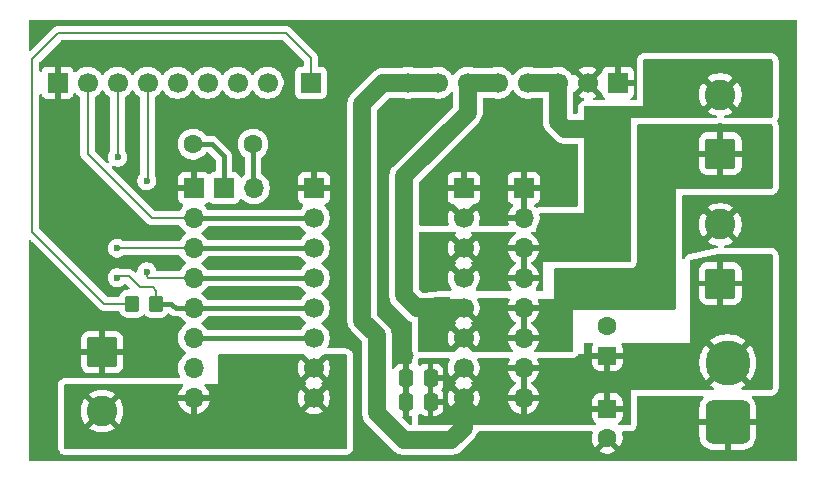
<source format=gbr>
%TF.GenerationSoftware,KiCad,Pcbnew,9.0.4*%
%TF.CreationDate,2025-09-30T20:07:28-04:00*%
%TF.ProjectId,motorDriverDaughter,6d6f746f-7244-4726-9976-657244617567,1*%
%TF.SameCoordinates,Original*%
%TF.FileFunction,Copper,L1,Top*%
%TF.FilePolarity,Positive*%
%FSLAX46Y46*%
G04 Gerber Fmt 4.6, Leading zero omitted, Abs format (unit mm)*
G04 Created by KiCad (PCBNEW 9.0.4) date 2025-09-30 20:07:28*
%MOMM*%
%LPD*%
G01*
G04 APERTURE LIST*
G04 Aperture macros list*
%AMRoundRect*
0 Rectangle with rounded corners*
0 $1 Rounding radius*
0 $2 $3 $4 $5 $6 $7 $8 $9 X,Y pos of 4 corners*
0 Add a 4 corners polygon primitive as box body*
4,1,4,$2,$3,$4,$5,$6,$7,$8,$9,$2,$3,0*
0 Add four circle primitives for the rounded corners*
1,1,$1+$1,$2,$3*
1,1,$1+$1,$4,$5*
1,1,$1+$1,$6,$7*
1,1,$1+$1,$8,$9*
0 Add four rect primitives between the rounded corners*
20,1,$1+$1,$2,$3,$4,$5,0*
20,1,$1+$1,$4,$5,$6,$7,0*
20,1,$1+$1,$6,$7,$8,$9,0*
20,1,$1+$1,$8,$9,$2,$3,0*%
G04 Aperture macros list end*
%TA.AperFunction,ComponentPad*%
%ADD10C,1.700000*%
%TD*%
%TA.AperFunction,ComponentPad*%
%ADD11R,1.700000X1.700000*%
%TD*%
%TA.AperFunction,ComponentPad*%
%ADD12O,1.700000X1.700000*%
%TD*%
%TA.AperFunction,ComponentPad*%
%ADD13C,1.600000*%
%TD*%
%TA.AperFunction,SMDPad,CuDef*%
%ADD14RoundRect,0.250000X-0.350000X-0.450000X0.350000X-0.450000X0.350000X0.450000X-0.350000X0.450000X0*%
%TD*%
%TA.AperFunction,ComponentPad*%
%ADD15RoundRect,0.250000X-1.050000X1.050000X-1.050000X-1.050000X1.050000X-1.050000X1.050000X1.050000X0*%
%TD*%
%TA.AperFunction,ComponentPad*%
%ADD16C,2.600000*%
%TD*%
%TA.AperFunction,ComponentPad*%
%ADD17RoundRect,0.250000X1.050000X-1.050000X1.050000X1.050000X-1.050000X1.050000X-1.050000X-1.050000X0*%
%TD*%
%TA.AperFunction,ComponentPad*%
%ADD18RoundRect,0.760000X1.140000X-1.140000X1.140000X1.140000X-1.140000X1.140000X-1.140000X-1.140000X0*%
%TD*%
%TA.AperFunction,ComponentPad*%
%ADD19C,3.800000*%
%TD*%
%TA.AperFunction,SMDPad,CuDef*%
%ADD20RoundRect,0.250000X0.337500X0.475000X-0.337500X0.475000X-0.337500X-0.475000X0.337500X-0.475000X0*%
%TD*%
%TA.AperFunction,ComponentPad*%
%ADD21RoundRect,0.250000X-0.550000X0.550000X-0.550000X-0.550000X0.550000X-0.550000X0.550000X0.550000X0*%
%TD*%
%TA.AperFunction,ComponentPad*%
%ADD22RoundRect,0.250000X0.550000X-0.550000X0.550000X0.550000X-0.550000X0.550000X-0.550000X-0.550000X0*%
%TD*%
%TA.AperFunction,ViaPad*%
%ADD23C,0.600000*%
%TD*%
%TA.AperFunction,Conductor*%
%ADD24C,0.200000*%
%TD*%
%TA.AperFunction,Conductor*%
%ADD25C,0.400000*%
%TD*%
%TA.AperFunction,Conductor*%
%ADD26C,1.500000*%
%TD*%
G04 APERTURE END LIST*
D10*
%TO.P,J1,8,Pin_8*%
%TO.N,+12V*%
X53500000Y-49040000D03*
%TO.P,J1,7,Pin_7*%
X53500000Y-46500000D03*
%TO.P,J1,6,Pin_6*%
%TO.N,OUTA*%
X53500000Y-43960000D03*
%TO.P,J1,5,Pin_5*%
X53500000Y-41420000D03*
%TO.P,J1,4,Pin_4*%
%TO.N,OUTB*%
X53500000Y-38880000D03*
%TO.P,J1,3,Pin_3*%
X53500000Y-36340000D03*
%TO.P,J1,2,Pin_2*%
%TO.N,GND*%
X53500000Y-33800000D03*
D11*
%TO.P,J1,1,Pin_1*%
X53500000Y-31260000D03*
%TD*%
D12*
%TO.P,U1,13,VREF*%
%TO.N,Net-(U1-VREF)*%
X35740000Y-31250000D03*
D11*
%TO.P,U1,12,VREFGND*%
%TO.N,Net-(U1-VREFGND)*%
X33200000Y-31250000D03*
D12*
%TO.P,U1,11,VIN*%
%TO.N,+12V*%
X58580000Y-49040000D03*
X58580000Y-46500000D03*
%TO.P,U1,10,OUTA*%
%TO.N,OUTA*%
X58580000Y-43960000D03*
X58580000Y-41420000D03*
%TO.P,U1,9,OUTB*%
%TO.N,OUTB*%
X58580000Y-38880000D03*
X58580000Y-36340000D03*
%TO.P,U1,8,VM*%
%TO.N,VCC*%
X30660000Y-49040000D03*
%TO.P,U1,7,3V3*%
%TO.N,unconnected-(U1-3V3-Pad7)*%
X30660000Y-46500000D03*
%TO.P,U1,6,CS*%
%TO.N,CS*%
X30660000Y-43960000D03*
%TO.P,U1,5,~{FLT}*%
%TO.N,FLT*%
X30660000Y-41420000D03*
%TO.P,U1,4,~{SLP}*%
%TO.N,SLP*%
X30660000Y-38880000D03*
%TO.P,U1,3,PWM*%
%TO.N,PWM*%
X30660000Y-36340000D03*
%TO.P,U1,2,DIR*%
%TO.N,DIR*%
X30660000Y-33800000D03*
%TO.P,U1,1,GND*%
%TO.N,GND*%
X58580000Y-33800000D03*
D11*
X58580000Y-31260000D03*
X30660000Y-31260000D03*
%TD*%
D13*
%TO.P,R2,1*%
%TO.N,Net-(U1-VREF)*%
X35675000Y-27540000D03*
%TO.P,R2,2*%
%TO.N,Net-(U1-VREFGND)*%
X30595000Y-27540000D03*
%TD*%
D14*
%TO.P,R1,1*%
%TO.N,V_SIG*%
X25460000Y-41040000D03*
%TO.P,R1,2*%
%TO.N,FLT*%
X27460000Y-41040000D03*
%TD*%
D15*
%TO.P,J9,1,Pin_1*%
%TO.N,GND*%
X22887500Y-45140000D03*
D16*
%TO.P,J9,2,Pin_2*%
%TO.N,VCC*%
X22887500Y-50140000D03*
%TD*%
D11*
%TO.P,J8,1,Pin_1*%
%TO.N,V_SIG*%
X40560000Y-22340000D03*
%TD*%
D17*
%TO.P,J7,1,Pin_1*%
%TO.N,OUTA*%
X75232500Y-28340000D03*
D16*
%TO.P,J7,2,Pin_2*%
%TO.N,OUTB*%
X75232500Y-23340000D03*
%TD*%
D17*
%TO.P,J6,1,Pin_1*%
%TO.N,+12V*%
X75232500Y-39340000D03*
D16*
%TO.P,J6,2,Pin_2*%
%TO.N,GND*%
X75232500Y-34340000D03*
%TD*%
D11*
%TO.P,J5,1,Pin_1*%
%TO.N,GND*%
X19120000Y-22340000D03*
D10*
%TO.P,J5,2,Pin_2*%
%TO.N,DIR*%
X21660000Y-22340000D03*
%TO.P,J5,3,Pin_3*%
%TO.N,PWM*%
X24200000Y-22340000D03*
%TO.P,J5,4,Pin_4*%
%TO.N,SLP*%
X26740000Y-22340000D03*
%TO.P,J5,5,Pin_5*%
%TO.N,FLT*%
X29280000Y-22340000D03*
%TO.P,J5,6,Pin_6*%
%TO.N,CS*%
X31820000Y-22340000D03*
%TO.P,J5,7,Pin_7*%
%TO.N,VCC*%
X34360000Y-22340000D03*
%TO.P,J5,8,Pin_8*%
X36900000Y-22340000D03*
%TD*%
D11*
%TO.P,J4,1,Pin_1*%
%TO.N,GND*%
X66550000Y-22340000D03*
D10*
%TO.P,J4,2,Pin_2*%
X64010000Y-22340000D03*
%TO.P,J4,3,Pin_3*%
%TO.N,OUTB*%
X61470000Y-22340000D03*
%TO.P,J4,4,Pin_4*%
X58930000Y-22340000D03*
%TO.P,J4,5,Pin_5*%
%TO.N,OUTA*%
X56390000Y-22340000D03*
%TO.P,J4,6,Pin_6*%
X53850000Y-22340000D03*
%TO.P,J4,7,Pin_7*%
%TO.N,+12V*%
X51310000Y-22340000D03*
%TO.P,J4,8,Pin_8*%
X48770000Y-22340000D03*
%TD*%
D18*
%TO.P,J3,1,Pin_1*%
%TO.N,GND*%
X75860000Y-51040000D03*
D19*
%TO.P,J3,2,Pin_2*%
%TO.N,+12V*%
X75860000Y-46040000D03*
%TD*%
D11*
%TO.P,J2,1,Pin_1*%
%TO.N,GND*%
X40820000Y-31260000D03*
D10*
%TO.P,J2,2,Pin_2*%
%TO.N,DIR*%
X40820000Y-33800000D03*
%TO.P,J2,3,Pin_3*%
%TO.N,PWM*%
X40820000Y-36340000D03*
%TO.P,J2,4,Pin_4*%
%TO.N,SLP*%
X40820000Y-38880000D03*
%TO.P,J2,5,Pin_5*%
%TO.N,FLT*%
X40820000Y-41420000D03*
%TO.P,J2,6,Pin_6*%
%TO.N,CS*%
X40820000Y-43960000D03*
%TO.P,J2,7,Pin_7*%
%TO.N,VCC*%
X40820000Y-46500000D03*
%TO.P,J2,8,Pin_8*%
X40820000Y-49040000D03*
%TD*%
D20*
%TO.P,C4,1*%
%TO.N,+12V*%
X50697500Y-47340000D03*
%TO.P,C4,2*%
%TO.N,GND*%
X48622500Y-47340000D03*
%TD*%
%TO.P,C3,1*%
%TO.N,+12V*%
X50697500Y-49340000D03*
%TO.P,C3,2*%
%TO.N,GND*%
X48622500Y-49340000D03*
%TD*%
D21*
%TO.P,C2,1*%
%TO.N,+12V*%
X65660000Y-49940000D03*
D13*
%TO.P,C2,2*%
%TO.N,GND*%
X65660000Y-52440000D03*
%TD*%
D22*
%TO.P,C1,1*%
%TO.N,+12V*%
X65660000Y-45440000D03*
D13*
%TO.P,C1,2*%
%TO.N,GND*%
X65660000Y-42940000D03*
%TD*%
D23*
%TO.N,GND*%
X81060000Y-43940000D03*
%TO.N,+12V*%
X78060000Y-41340000D03*
X70060000Y-45340000D03*
X56260000Y-49740000D03*
X55960000Y-46940000D03*
X61460000Y-49640000D03*
X61360000Y-46940000D03*
%TO.N,OUTA*%
X64060000Y-39640000D03*
X68160000Y-40240000D03*
%TO.N,GND*%
X79860000Y-35140000D03*
X78060000Y-33240000D03*
%TO.N,OUTA*%
X69660000Y-37840000D03*
X69660000Y-35240000D03*
X69460000Y-32340000D03*
X69460000Y-28040000D03*
X71660000Y-30140000D03*
X71960000Y-27140000D03*
X78260000Y-29540000D03*
X78060000Y-27240000D03*
%TO.N,OUTB*%
X78160000Y-24240000D03*
X78060000Y-21840000D03*
X70960000Y-23740000D03*
X72360000Y-22440000D03*
X69760000Y-21940000D03*
X65860000Y-28240000D03*
X65060000Y-31040000D03*
X63160000Y-36440000D03*
X65060000Y-34340000D03*
X61360000Y-34440000D03*
X55960000Y-39240000D03*
X56160000Y-35940000D03*
X51060000Y-38740000D03*
X50760000Y-36540000D03*
%TO.N,GND*%
X51060000Y-32940000D03*
X56160000Y-31940000D03*
X61460000Y-29440000D03*
X55160000Y-28740000D03*
X59460000Y-26540000D03*
X56460000Y-25240000D03*
X50560000Y-24740000D03*
X50060000Y-18840000D03*
X52260000Y-18940000D03*
X54960000Y-18840000D03*
X57460000Y-18740000D03*
X59960000Y-18740000D03*
X62860000Y-18740000D03*
X64760000Y-18740000D03*
X68560000Y-18640000D03*
X72060000Y-18640000D03*
X74660000Y-18940000D03*
X78560000Y-18540000D03*
X80860000Y-18840000D03*
X81060000Y-25840000D03*
X81260000Y-31440000D03*
X81160000Y-36840000D03*
X81060000Y-38840000D03*
X81160000Y-45740000D03*
X81260000Y-49540000D03*
X80160000Y-53640000D03*
X72060000Y-53340000D03*
X69960000Y-52840000D03*
X71360000Y-50940000D03*
X70360000Y-50440000D03*
X61860000Y-53140000D03*
X59360000Y-53440000D03*
X55760000Y-53240000D03*
%TO.N,OUTA*%
X61760000Y-43140000D03*
X56060000Y-42740000D03*
X51060000Y-43540000D03*
%TO.N,GND*%
X48160000Y-43940000D03*
X47460000Y-42240000D03*
X47260000Y-27940000D03*
X48460000Y-25640000D03*
X46760000Y-18540000D03*
X42060000Y-18040000D03*
X43360000Y-21640000D03*
X34560000Y-42540000D03*
X34560000Y-40240000D03*
X34660000Y-37640000D03*
X34760000Y-35240000D03*
X43560000Y-43840000D03*
X45160000Y-52740000D03*
%TO.N,VCC*%
X39260000Y-51140000D03*
X37560000Y-48940000D03*
X35260000Y-51440000D03*
X33760000Y-47540000D03*
X31660000Y-51740000D03*
X27560000Y-52540000D03*
X25960000Y-49540000D03*
%TO.N,GND*%
X18760000Y-50340000D03*
X19260000Y-44340000D03*
X26060000Y-45240000D03*
X20660000Y-41440000D03*
X17460000Y-38740000D03*
X25260000Y-37540000D03*
X22560000Y-35440000D03*
X18460000Y-33340000D03*
X18260000Y-29940000D03*
X18560000Y-27040000D03*
X18760000Y-25240000D03*
X27360000Y-35040000D03*
X25360000Y-34440000D03*
X21760000Y-33840000D03*
X21260000Y-31840000D03*
X25460000Y-27640000D03*
X22760000Y-27240000D03*
X22960000Y-24640000D03*
X25460000Y-24340000D03*
X30260000Y-24540000D03*
X33360000Y-25340000D03*
X34960000Y-25240000D03*
X41760000Y-25840000D03*
X41860000Y-28140000D03*
%TO.N,FLT*%
X24160000Y-38840000D03*
%TO.N,SLP*%
X26660000Y-38340000D03*
X26660000Y-30640000D03*
%TO.N,PWM*%
X24160000Y-36340000D03*
X24200000Y-28640000D03*
%TD*%
D24*
%TO.N,FLT*%
X24160000Y-38840000D02*
X24260000Y-38740000D01*
X24260000Y-38740000D02*
X25160000Y-38740000D01*
X25160000Y-38740000D02*
X26060000Y-39640000D01*
X26060000Y-39640000D02*
X27160000Y-39640000D01*
X27160000Y-39640000D02*
X27460000Y-39940000D01*
X27460000Y-39940000D02*
X27460000Y-41040000D01*
%TO.N,V_SIG*%
X40560000Y-22340000D02*
X40560000Y-20240000D01*
X38460000Y-18140000D02*
X19160000Y-18140000D01*
X40560000Y-20240000D02*
X38460000Y-18140000D01*
X19160000Y-18140000D02*
X16960000Y-20340000D01*
X16960000Y-20340000D02*
X16960000Y-34940000D01*
X16960000Y-34940000D02*
X23060000Y-41040000D01*
X23060000Y-41040000D02*
X25460000Y-41040000D01*
%TO.N,PWM*%
X24200000Y-28640000D02*
X24200000Y-22340000D01*
%TO.N,SLP*%
X26660000Y-38740000D02*
X26800000Y-38880000D01*
X26660000Y-38340000D02*
X26660000Y-38740000D01*
X26800000Y-38880000D02*
X30660000Y-38880000D01*
X26740000Y-22340000D02*
X26740000Y-30560000D01*
X26740000Y-30560000D02*
X26660000Y-30640000D01*
%TO.N,PWM*%
X24160000Y-36340000D02*
X30660000Y-36340000D01*
%TO.N,DIR*%
X21660000Y-22340000D02*
X21660000Y-28340000D01*
X21660000Y-28340000D02*
X27120000Y-33800000D01*
X27120000Y-33800000D02*
X30660000Y-33800000D01*
D25*
%TO.N,FLT*%
X30660000Y-41420000D02*
X29140000Y-41420000D01*
X29140000Y-41420000D02*
X28760000Y-41040000D01*
X28760000Y-41040000D02*
X27460000Y-41040000D01*
%TO.N,CS*%
X30660000Y-43960000D02*
X40820000Y-43960000D01*
%TO.N,FLT*%
X40820000Y-41420000D02*
X30660000Y-41420000D01*
%TO.N,SLP*%
X40820000Y-38880000D02*
X30660000Y-38880000D01*
%TO.N,PWM*%
X40820000Y-36340000D02*
X30660000Y-36340000D01*
%TO.N,DIR*%
X40820000Y-33800000D02*
X30660000Y-33800000D01*
%TO.N,Net-(U1-VREFGND)*%
X30595000Y-27540000D02*
X32160000Y-27540000D01*
X32160000Y-27540000D02*
X33200000Y-28580000D01*
X33200000Y-28580000D02*
X33200000Y-31250000D01*
%TO.N,Net-(U1-VREF)*%
X35675000Y-27540000D02*
X35675000Y-31185000D01*
X35675000Y-31185000D02*
X35740000Y-31250000D01*
D26*
%TO.N,OUTA*%
X53500000Y-41420000D02*
X49540000Y-41420000D01*
X48460000Y-30270000D02*
X53850000Y-24880000D01*
X49540000Y-41420000D02*
X48460000Y-40340000D01*
X48460000Y-40340000D02*
X48460000Y-30270000D01*
X53850000Y-24880000D02*
X53850000Y-22340000D01*
%TO.N,+12V*%
X48770000Y-22340000D02*
X46710000Y-22340000D01*
X46710000Y-22340000D02*
X44910000Y-24140000D01*
X44910000Y-24140000D02*
X44910000Y-42490000D01*
X44910000Y-42490000D02*
X46160000Y-43740000D01*
X46160000Y-43740000D02*
X46160000Y-50340000D01*
X46160000Y-50340000D02*
X48410000Y-52590000D01*
X48410000Y-52590000D02*
X52460000Y-52590000D01*
X53500000Y-51550000D02*
X53500000Y-49040000D01*
X52460000Y-52590000D02*
X53500000Y-51550000D01*
X51310000Y-22340000D02*
X48770000Y-22340000D01*
%TO.N,OUTA*%
X56390000Y-22340000D02*
X53850000Y-22340000D01*
%TO.N,OUTB*%
X62060000Y-26240000D02*
X65460000Y-26240000D01*
X61470000Y-22340000D02*
X61470000Y-25650000D01*
X61470000Y-25650000D02*
X62060000Y-26240000D01*
X58930000Y-22340000D02*
X61470000Y-22340000D01*
%TD*%
%TA.AperFunction,Conductor*%
%TO.N,GND*%
G36*
X52561920Y-23155472D02*
G01*
X52596277Y-23216311D01*
X52599500Y-23244397D01*
X52599500Y-24310664D01*
X52579815Y-24377703D01*
X52563181Y-24398345D01*
X47506174Y-29455351D01*
X47506174Y-29455352D01*
X47506172Y-29455354D01*
X47462698Y-29515191D01*
X47390476Y-29614594D01*
X47301115Y-29789973D01*
X47301114Y-29789976D01*
X47259135Y-29919178D01*
X47240291Y-29977172D01*
X47240290Y-29977177D01*
X47209500Y-30171577D01*
X47209500Y-40438422D01*
X47240290Y-40632826D01*
X47301117Y-40820030D01*
X47390476Y-40995405D01*
X47506172Y-41154646D01*
X48725355Y-42373829D01*
X48884595Y-42489524D01*
X49059974Y-42578884D01*
X49068811Y-42581755D01*
X49126489Y-42621188D01*
X49153691Y-42685545D01*
X49154500Y-42699688D01*
X49154500Y-45016000D01*
X49154501Y-45016009D01*
X49166052Y-45123450D01*
X49166054Y-45123462D01*
X49177260Y-45174972D01*
X49211383Y-45277497D01*
X49211386Y-45277503D01*
X49240433Y-45322700D01*
X49260118Y-45389740D01*
X49248912Y-45441252D01*
X49194664Y-45560034D01*
X49174976Y-45627082D01*
X49154500Y-45769501D01*
X49154500Y-45992450D01*
X49134815Y-46059489D01*
X49082011Y-46105244D01*
X49017906Y-46115809D01*
X49009989Y-46115000D01*
X48872500Y-46115000D01*
X48872500Y-50564999D01*
X49009972Y-50564999D01*
X49009986Y-50564998D01*
X49017898Y-50564190D01*
X49086591Y-50576959D01*
X49137475Y-50624840D01*
X49154500Y-50687548D01*
X49154500Y-51215500D01*
X49151949Y-51224185D01*
X49153238Y-51233147D01*
X49142259Y-51257187D01*
X49134815Y-51282539D01*
X49127974Y-51288466D01*
X49124213Y-51296703D01*
X49101978Y-51310992D01*
X49082011Y-51328294D01*
X49071496Y-51330581D01*
X49065435Y-51334477D01*
X49030500Y-51339500D01*
X48979336Y-51339500D01*
X48912297Y-51319815D01*
X48891655Y-51303181D01*
X48350667Y-50762193D01*
X48317182Y-50700870D01*
X48322166Y-50631178D01*
X48350668Y-50586830D01*
X48372500Y-50564998D01*
X48372500Y-46115000D01*
X48235027Y-46115000D01*
X48235012Y-46115001D01*
X48132302Y-46125494D01*
X47965880Y-46180641D01*
X47965875Y-46180643D01*
X47816654Y-46272684D01*
X47692684Y-46396654D01*
X47640039Y-46482006D01*
X47588091Y-46528730D01*
X47519128Y-46539953D01*
X47455046Y-46512109D01*
X47416190Y-46454040D01*
X47410500Y-46416909D01*
X47410500Y-43641577D01*
X47379709Y-43447177D01*
X47379709Y-43447176D01*
X47379709Y-43447174D01*
X47344634Y-43339225D01*
X47336029Y-43312741D01*
X47318886Y-43259979D01*
X47318884Y-43259973D01*
X47260508Y-43145405D01*
X47229524Y-43084595D01*
X47113828Y-42925354D01*
X46196819Y-42008345D01*
X46163334Y-41947022D01*
X46160500Y-41920664D01*
X46160500Y-24709336D01*
X46180185Y-24642297D01*
X46196819Y-24621655D01*
X47191655Y-23626819D01*
X47252978Y-23593334D01*
X47279336Y-23590500D01*
X48228694Y-23590500D01*
X48267012Y-23596569D01*
X48312147Y-23611234D01*
X48453757Y-23657246D01*
X48663713Y-23690500D01*
X48663714Y-23690500D01*
X48876286Y-23690500D01*
X48876287Y-23690500D01*
X49086243Y-23657246D01*
X49231081Y-23610185D01*
X49272988Y-23596569D01*
X49311306Y-23590500D01*
X50768694Y-23590500D01*
X50807012Y-23596569D01*
X50852147Y-23611234D01*
X50993757Y-23657246D01*
X51203713Y-23690500D01*
X51203714Y-23690500D01*
X51416286Y-23690500D01*
X51416287Y-23690500D01*
X51626243Y-23657246D01*
X51828412Y-23591557D01*
X52017816Y-23495051D01*
X52104138Y-23432335D01*
X52189786Y-23370109D01*
X52189788Y-23370106D01*
X52189792Y-23370104D01*
X52340104Y-23219792D01*
X52375181Y-23171511D01*
X52430511Y-23128846D01*
X52500124Y-23122867D01*
X52561920Y-23155472D01*
G37*
%TD.AperFunction*%
%TA.AperFunction,Conductor*%
G36*
X57731444Y-22993999D02*
G01*
X57770486Y-23039056D01*
X57774951Y-23047820D01*
X57899890Y-23219786D01*
X58050213Y-23370109D01*
X58222179Y-23495048D01*
X58222181Y-23495049D01*
X58222184Y-23495051D01*
X58411588Y-23591557D01*
X58613757Y-23657246D01*
X58823713Y-23690500D01*
X58823714Y-23690500D01*
X59036286Y-23690500D01*
X59036287Y-23690500D01*
X59246243Y-23657246D01*
X59391081Y-23610185D01*
X59432988Y-23596569D01*
X59471306Y-23590500D01*
X60095500Y-23590500D01*
X60162539Y-23610185D01*
X60208294Y-23662989D01*
X60219500Y-23714500D01*
X60219500Y-25748422D01*
X60250290Y-25942826D01*
X60311117Y-26130030D01*
X60383212Y-26271522D01*
X60400476Y-26305405D01*
X60516172Y-26464646D01*
X61245354Y-27193828D01*
X61404595Y-27309524D01*
X61487454Y-27351742D01*
X61579969Y-27398882D01*
X61579971Y-27398882D01*
X61579974Y-27398884D01*
X61680318Y-27431487D01*
X61767173Y-27459709D01*
X61961578Y-27490500D01*
X61961583Y-27490500D01*
X62158417Y-27490500D01*
X63030500Y-27490500D01*
X63097539Y-27510185D01*
X63143294Y-27562989D01*
X63154500Y-27614500D01*
X63154500Y-32710500D01*
X63134815Y-32777539D01*
X63082011Y-32823294D01*
X63030500Y-32834500D01*
X60019644Y-32834500D01*
X60016050Y-32834513D01*
X60014153Y-32834527D01*
X60010667Y-32834565D01*
X59868568Y-32857072D01*
X59868562Y-32857073D01*
X59868558Y-32857074D01*
X59868550Y-32857076D01*
X59801818Y-32877710D01*
X59801812Y-32877712D01*
X59801811Y-32877713D01*
X59772836Y-32891449D01*
X59721434Y-32915816D01*
X59698714Y-32919414D01*
X59677164Y-32927452D01*
X59664860Y-32924775D01*
X59652424Y-32926745D01*
X59631367Y-32917489D01*
X59608891Y-32912600D01*
X59592744Y-32900512D01*
X59588461Y-32898630D01*
X59580637Y-32891449D01*
X59495665Y-32806477D01*
X59462180Y-32745154D01*
X59467164Y-32675462D01*
X59509036Y-32619529D01*
X59540013Y-32602614D01*
X59672086Y-32553354D01*
X59672093Y-32553350D01*
X59787187Y-32467190D01*
X59787190Y-32467187D01*
X59873350Y-32352093D01*
X59873354Y-32352086D01*
X59923596Y-32217379D01*
X59923598Y-32217372D01*
X59929999Y-32157844D01*
X59930000Y-32157827D01*
X59930000Y-31510000D01*
X59013012Y-31510000D01*
X59045925Y-31452993D01*
X59080000Y-31325826D01*
X59080000Y-31194174D01*
X59045925Y-31067007D01*
X59013012Y-31010000D01*
X59930000Y-31010000D01*
X59930000Y-30362172D01*
X59929999Y-30362155D01*
X59923598Y-30302627D01*
X59923596Y-30302620D01*
X59873354Y-30167913D01*
X59873350Y-30167906D01*
X59787190Y-30052812D01*
X59787187Y-30052809D01*
X59672093Y-29966649D01*
X59672086Y-29966645D01*
X59537379Y-29916403D01*
X59537372Y-29916401D01*
X59477844Y-29910000D01*
X58830000Y-29910000D01*
X58830000Y-30826988D01*
X58772993Y-30794075D01*
X58645826Y-30760000D01*
X58514174Y-30760000D01*
X58387007Y-30794075D01*
X58330000Y-30826988D01*
X58330000Y-29910000D01*
X57682155Y-29910000D01*
X57622627Y-29916401D01*
X57622620Y-29916403D01*
X57487913Y-29966645D01*
X57487906Y-29966649D01*
X57372812Y-30052809D01*
X57372809Y-30052812D01*
X57286649Y-30167906D01*
X57286645Y-30167913D01*
X57236403Y-30302620D01*
X57236401Y-30302627D01*
X57230000Y-30362155D01*
X57230000Y-31010000D01*
X58146988Y-31010000D01*
X58114075Y-31067007D01*
X58080000Y-31194174D01*
X58080000Y-31325826D01*
X58114075Y-31452993D01*
X58146988Y-31510000D01*
X57230000Y-31510000D01*
X57230000Y-32157844D01*
X57236401Y-32217372D01*
X57236403Y-32217379D01*
X57286645Y-32352086D01*
X57286649Y-32352093D01*
X57372809Y-32467187D01*
X57372812Y-32467190D01*
X57487906Y-32553350D01*
X57487913Y-32553354D01*
X57619986Y-32602614D01*
X57675920Y-32644485D01*
X57700337Y-32709949D01*
X57685486Y-32778222D01*
X57664335Y-32806477D01*
X57550271Y-32920541D01*
X57425379Y-33092442D01*
X57328904Y-33281782D01*
X57263242Y-33483870D01*
X57263242Y-33483873D01*
X57252769Y-33550000D01*
X58146988Y-33550000D01*
X58114075Y-33607007D01*
X58080000Y-33734174D01*
X58080000Y-33865826D01*
X58114075Y-33992993D01*
X58146988Y-34050000D01*
X57252769Y-34050000D01*
X57263242Y-34116126D01*
X57263242Y-34116129D01*
X57313947Y-34272182D01*
X57315942Y-34342023D01*
X57279862Y-34401856D01*
X57217161Y-34432684D01*
X57196016Y-34434500D01*
X54883984Y-34434500D01*
X54816945Y-34414815D01*
X54771190Y-34362011D01*
X54761246Y-34292853D01*
X54766053Y-34272182D01*
X54816757Y-34116130D01*
X54816757Y-34116127D01*
X54850000Y-33906246D01*
X54850000Y-33693753D01*
X54816757Y-33483872D01*
X54816757Y-33483869D01*
X54751095Y-33281782D01*
X54654624Y-33092449D01*
X54615270Y-33038282D01*
X54615269Y-33038282D01*
X53982962Y-33670589D01*
X53965925Y-33607007D01*
X53900099Y-33492993D01*
X53807007Y-33399901D01*
X53692993Y-33334075D01*
X53629409Y-33317037D01*
X54298802Y-32647642D01*
X54360125Y-32614157D01*
X54374833Y-32615078D01*
X54374556Y-32612501D01*
X54457375Y-32603598D01*
X54592086Y-32553354D01*
X54592093Y-32553350D01*
X54707187Y-32467190D01*
X54707190Y-32467187D01*
X54793350Y-32352093D01*
X54793354Y-32352086D01*
X54843596Y-32217379D01*
X54843598Y-32217372D01*
X54849999Y-32157844D01*
X54850000Y-32157827D01*
X54850000Y-31510000D01*
X53933012Y-31510000D01*
X53965925Y-31452993D01*
X54000000Y-31325826D01*
X54000000Y-31194174D01*
X53965925Y-31067007D01*
X53933012Y-31010000D01*
X54850000Y-31010000D01*
X54850000Y-30362172D01*
X54849999Y-30362155D01*
X54843598Y-30302627D01*
X54843596Y-30302620D01*
X54793354Y-30167913D01*
X54793350Y-30167906D01*
X54707190Y-30052812D01*
X54707187Y-30052809D01*
X54592093Y-29966649D01*
X54592086Y-29966645D01*
X54457379Y-29916403D01*
X54457372Y-29916401D01*
X54397844Y-29910000D01*
X53750000Y-29910000D01*
X53750000Y-30826988D01*
X53692993Y-30794075D01*
X53565826Y-30760000D01*
X53434174Y-30760000D01*
X53307007Y-30794075D01*
X53250000Y-30826988D01*
X53250000Y-29910000D01*
X52602155Y-29910000D01*
X52542627Y-29916401D01*
X52542620Y-29916403D01*
X52407913Y-29966645D01*
X52407906Y-29966649D01*
X52292812Y-30052809D01*
X52292809Y-30052812D01*
X52206649Y-30167906D01*
X52206645Y-30167913D01*
X52156403Y-30302620D01*
X52156401Y-30302627D01*
X52150000Y-30362155D01*
X52150000Y-31010000D01*
X53066988Y-31010000D01*
X53034075Y-31067007D01*
X53000000Y-31194174D01*
X53000000Y-31325826D01*
X53034075Y-31452993D01*
X53066988Y-31510000D01*
X52150000Y-31510000D01*
X52150000Y-32157844D01*
X52156401Y-32217372D01*
X52156403Y-32217379D01*
X52206645Y-32352086D01*
X52206649Y-32352093D01*
X52292809Y-32467187D01*
X52292812Y-32467190D01*
X52407906Y-32553350D01*
X52407913Y-32553354D01*
X52542620Y-32603596D01*
X52542619Y-32603596D01*
X52625444Y-32612501D01*
X52625116Y-32615550D01*
X52642014Y-32614642D01*
X52701196Y-32647642D01*
X53370591Y-33317037D01*
X53307007Y-33334075D01*
X53192993Y-33399901D01*
X53099901Y-33492993D01*
X53034075Y-33607007D01*
X53017037Y-33670591D01*
X52384728Y-33038282D01*
X52384727Y-33038282D01*
X52345380Y-33092439D01*
X52248904Y-33281782D01*
X52183242Y-33483869D01*
X52183242Y-33483872D01*
X52150000Y-33693753D01*
X52150000Y-33906246D01*
X52183242Y-34116127D01*
X52183242Y-34116130D01*
X52233947Y-34272182D01*
X52235942Y-34342023D01*
X52199862Y-34401856D01*
X52137161Y-34432684D01*
X52116016Y-34434500D01*
X49834500Y-34434500D01*
X49767461Y-34414815D01*
X49721706Y-34362011D01*
X49710500Y-34310500D01*
X49710500Y-30839336D01*
X49730185Y-30772297D01*
X49746819Y-30751655D01*
X50227304Y-30271170D01*
X52459255Y-28039219D01*
X54803828Y-25694646D01*
X54919524Y-25535405D01*
X55008884Y-25360026D01*
X55069709Y-25172826D01*
X55098745Y-24989500D01*
X55100500Y-24978422D01*
X55100500Y-23714500D01*
X55120185Y-23647461D01*
X55172989Y-23601706D01*
X55224500Y-23590500D01*
X55848694Y-23590500D01*
X55887012Y-23596569D01*
X55932147Y-23611234D01*
X56073757Y-23657246D01*
X56283713Y-23690500D01*
X56283714Y-23690500D01*
X56496286Y-23690500D01*
X56496287Y-23690500D01*
X56706243Y-23657246D01*
X56908412Y-23591557D01*
X57097816Y-23495051D01*
X57184138Y-23432335D01*
X57269786Y-23370109D01*
X57269788Y-23370106D01*
X57269792Y-23370104D01*
X57420104Y-23219792D01*
X57420106Y-23219788D01*
X57420109Y-23219786D01*
X57545048Y-23047820D01*
X57545047Y-23047820D01*
X57545051Y-23047816D01*
X57549514Y-23039054D01*
X57597488Y-22988259D01*
X57665308Y-22971463D01*
X57731444Y-22993999D01*
G37*
%TD.AperFunction*%
%TA.AperFunction,Conductor*%
G36*
X58830000Y-33366988D02*
G01*
X58772993Y-33334075D01*
X58645826Y-33300000D01*
X58514174Y-33300000D01*
X58387007Y-33334075D01*
X58330000Y-33366988D01*
X58330000Y-31693012D01*
X58387007Y-31725925D01*
X58514174Y-31760000D01*
X58645826Y-31760000D01*
X58772993Y-31725925D01*
X58830000Y-31693012D01*
X58830000Y-33366988D01*
G37*
%TD.AperFunction*%
%TA.AperFunction,Conductor*%
G36*
X63544075Y-22532993D02*
G01*
X63609901Y-22647007D01*
X63702993Y-22740099D01*
X63817007Y-22805925D01*
X63880590Y-22822962D01*
X63248282Y-23455269D01*
X63248282Y-23455270D01*
X63302449Y-23494624D01*
X63491782Y-23591095D01*
X63605272Y-23627970D01*
X63662947Y-23667407D01*
X63690146Y-23731766D01*
X63678232Y-23800612D01*
X63630988Y-23852088D01*
X63606114Y-23863555D01*
X63522500Y-23891384D01*
X63522496Y-23891386D01*
X63401462Y-23969171D01*
X63401451Y-23969179D01*
X63348659Y-24014923D01*
X63254433Y-24123664D01*
X63254430Y-24123668D01*
X63194664Y-24254534D01*
X63174976Y-24321582D01*
X63154500Y-24464001D01*
X63154500Y-24865500D01*
X63151949Y-24874185D01*
X63153238Y-24883147D01*
X63142259Y-24907187D01*
X63134815Y-24932539D01*
X63127974Y-24938466D01*
X63124213Y-24946703D01*
X63101978Y-24960992D01*
X63082011Y-24978294D01*
X63071496Y-24980581D01*
X63065435Y-24984477D01*
X63030500Y-24989500D01*
X62844500Y-24989500D01*
X62777461Y-24969815D01*
X62731706Y-24917011D01*
X62720500Y-24865500D01*
X62720500Y-23222146D01*
X62740185Y-23155107D01*
X62792989Y-23109352D01*
X62854231Y-23098528D01*
X62894729Y-23101715D01*
X63527037Y-22469408D01*
X63544075Y-22532993D01*
G37*
%TD.AperFunction*%
%TA.AperFunction,Conductor*%
G36*
X65162356Y-23138803D02*
G01*
X65195841Y-23200126D01*
X65194926Y-23214831D01*
X65197497Y-23214555D01*
X65206401Y-23297373D01*
X65206403Y-23297380D01*
X65256645Y-23432086D01*
X65256649Y-23432093D01*
X65342809Y-23547187D01*
X65342812Y-23547190D01*
X65428363Y-23611234D01*
X65470234Y-23667168D01*
X65475218Y-23736859D01*
X65441732Y-23798182D01*
X65380409Y-23831666D01*
X65354052Y-23834500D01*
X64562000Y-23834500D01*
X64494961Y-23814815D01*
X64449206Y-23762011D01*
X64439262Y-23692853D01*
X64468287Y-23629297D01*
X64523684Y-23592568D01*
X64528219Y-23591094D01*
X64717554Y-23494622D01*
X64771716Y-23455270D01*
X64771717Y-23455270D01*
X64139408Y-22822962D01*
X64202993Y-22805925D01*
X64317007Y-22740099D01*
X64410099Y-22647007D01*
X64475925Y-22532993D01*
X64492962Y-22469408D01*
X65162356Y-23138803D01*
G37*
%TD.AperFunction*%
%TA.AperFunction,Conductor*%
G36*
X81702539Y-17060185D02*
G01*
X81748294Y-17112989D01*
X81759500Y-17164500D01*
X81759500Y-54215500D01*
X81739815Y-54282539D01*
X81687011Y-54328294D01*
X81635500Y-54339500D01*
X16784500Y-54339500D01*
X16717461Y-54319815D01*
X16671706Y-54267011D01*
X16660500Y-54215500D01*
X16660500Y-44040013D01*
X21087500Y-44040013D01*
X21087500Y-44890000D01*
X22287499Y-44890000D01*
X22262479Y-44950402D01*
X22237500Y-45075981D01*
X22237500Y-45204019D01*
X22262479Y-45329598D01*
X22287499Y-45390000D01*
X21087501Y-45390000D01*
X21087501Y-46239986D01*
X21097994Y-46342697D01*
X21153141Y-46509119D01*
X21153143Y-46509124D01*
X21245184Y-46658345D01*
X21369154Y-46782315D01*
X21518375Y-46874356D01*
X21518380Y-46874358D01*
X21684802Y-46929505D01*
X21684809Y-46929506D01*
X21787519Y-46939999D01*
X22637499Y-46939999D01*
X22637500Y-46939998D01*
X22637500Y-45740001D01*
X22697902Y-45765021D01*
X22823481Y-45790000D01*
X22951519Y-45790000D01*
X23077098Y-45765021D01*
X23137500Y-45740001D01*
X23137500Y-46939999D01*
X23987472Y-46939999D01*
X23987486Y-46939998D01*
X24090197Y-46929505D01*
X24256619Y-46874358D01*
X24256624Y-46874356D01*
X24405845Y-46782315D01*
X24529815Y-46658345D01*
X24621856Y-46509124D01*
X24621858Y-46509119D01*
X24677005Y-46342697D01*
X24677006Y-46342690D01*
X24687499Y-46239986D01*
X24687500Y-46239973D01*
X24687500Y-45390000D01*
X23487501Y-45390000D01*
X23512521Y-45329598D01*
X23537500Y-45204019D01*
X23537500Y-45075981D01*
X23512521Y-44950402D01*
X23487501Y-44890000D01*
X24687499Y-44890000D01*
X24687499Y-44040028D01*
X24687498Y-44040013D01*
X24677005Y-43937302D01*
X24621858Y-43770880D01*
X24621856Y-43770875D01*
X24529815Y-43621654D01*
X24405845Y-43497684D01*
X24256624Y-43405643D01*
X24256619Y-43405641D01*
X24090197Y-43350494D01*
X24090190Y-43350493D01*
X23987486Y-43340000D01*
X23137500Y-43340000D01*
X23137500Y-44539998D01*
X23077098Y-44514979D01*
X22951519Y-44490000D01*
X22823481Y-44490000D01*
X22697902Y-44514979D01*
X22637500Y-44539998D01*
X22637500Y-43340000D01*
X21787528Y-43340000D01*
X21787512Y-43340001D01*
X21684802Y-43350494D01*
X21518380Y-43405641D01*
X21518375Y-43405643D01*
X21369154Y-43497684D01*
X21245184Y-43621654D01*
X21153143Y-43770875D01*
X21153141Y-43770880D01*
X21097994Y-43937302D01*
X21097993Y-43937309D01*
X21087500Y-44040013D01*
X16660500Y-44040013D01*
X16660500Y-35789097D01*
X16680185Y-35722058D01*
X16732989Y-35676303D01*
X16802147Y-35666359D01*
X16865703Y-35695384D01*
X16872180Y-35701415D01*
X22691284Y-41520520D01*
X22691286Y-41520521D01*
X22691290Y-41520524D01*
X22810533Y-41589368D01*
X22828216Y-41599577D01*
X22980943Y-41640501D01*
X22980945Y-41640501D01*
X23146654Y-41640501D01*
X23146670Y-41640500D01*
X24279699Y-41640500D01*
X24346738Y-41660185D01*
X24392493Y-41712989D01*
X24397403Y-41725492D01*
X24425186Y-41809334D01*
X24517288Y-41958656D01*
X24641344Y-42082712D01*
X24790666Y-42174814D01*
X24957203Y-42229999D01*
X25059991Y-42240500D01*
X25860008Y-42240499D01*
X25860016Y-42240498D01*
X25860019Y-42240498D01*
X25916302Y-42234748D01*
X25962797Y-42229999D01*
X26129334Y-42174814D01*
X26278656Y-42082712D01*
X26372319Y-41989049D01*
X26433642Y-41955564D01*
X26503334Y-41960548D01*
X26547681Y-41989049D01*
X26641344Y-42082712D01*
X26790666Y-42174814D01*
X26957203Y-42229999D01*
X27059991Y-42240500D01*
X27860008Y-42240499D01*
X27860016Y-42240498D01*
X27860019Y-42240498D01*
X27916302Y-42234748D01*
X27962797Y-42229999D01*
X28129334Y-42174814D01*
X28278656Y-42082712D01*
X28402712Y-41958656D01*
X28429220Y-41915679D01*
X28481164Y-41868957D01*
X28550126Y-41857733D01*
X28614209Y-41885575D01*
X28622438Y-41893096D01*
X28693454Y-41964112D01*
X28808190Y-42040776D01*
X28890086Y-42074698D01*
X28935671Y-42093580D01*
X28935672Y-42093580D01*
X28935677Y-42093582D01*
X28962545Y-42098925D01*
X28962551Y-42098926D01*
X28962591Y-42098934D01*
X29052937Y-42116905D01*
X29071006Y-42120500D01*
X29071007Y-42120500D01*
X29436453Y-42120500D01*
X29503492Y-42140185D01*
X29536769Y-42171614D01*
X29557589Y-42200269D01*
X29629892Y-42299788D01*
X29780213Y-42450109D01*
X29952182Y-42575050D01*
X29960946Y-42579516D01*
X30011742Y-42627491D01*
X30028536Y-42695312D01*
X30005998Y-42761447D01*
X29960946Y-42800484D01*
X29952182Y-42804949D01*
X29780213Y-42929890D01*
X29629890Y-43080213D01*
X29504951Y-43252179D01*
X29408444Y-43441585D01*
X29342753Y-43643760D01*
X29321565Y-43777539D01*
X29309500Y-43853713D01*
X29309500Y-44066287D01*
X29342754Y-44276243D01*
X29344942Y-44282978D01*
X29408444Y-44478414D01*
X29504951Y-44667820D01*
X29629890Y-44839786D01*
X29780213Y-44990109D01*
X29952182Y-45115050D01*
X29960946Y-45119516D01*
X30011742Y-45167491D01*
X30028536Y-45235312D01*
X30005998Y-45301447D01*
X29960946Y-45340484D01*
X29952182Y-45344949D01*
X29780213Y-45469890D01*
X29629890Y-45620213D01*
X29504951Y-45792179D01*
X29408444Y-45981585D01*
X29342753Y-46183760D01*
X29309500Y-46393713D01*
X29309500Y-46606286D01*
X29342555Y-46814991D01*
X29342754Y-46816243D01*
X29379555Y-46929505D01*
X29408444Y-47018414D01*
X29477633Y-47154205D01*
X29490529Y-47222874D01*
X29464253Y-47287615D01*
X29407146Y-47327872D01*
X29367148Y-47334500D01*
X19784000Y-47334500D01*
X19783991Y-47334500D01*
X19783990Y-47334501D01*
X19676549Y-47346052D01*
X19676537Y-47346054D01*
X19625027Y-47357260D01*
X19522502Y-47391383D01*
X19522496Y-47391386D01*
X19401462Y-47469171D01*
X19401451Y-47469179D01*
X19348659Y-47514923D01*
X19254433Y-47623664D01*
X19254430Y-47623668D01*
X19194664Y-47754534D01*
X19194662Y-47754541D01*
X19174977Y-47821580D01*
X19174976Y-47821584D01*
X19154500Y-47964000D01*
X19154500Y-48861928D01*
X19154500Y-50055148D01*
X19154500Y-51418070D01*
X19154500Y-53216000D01*
X19154501Y-53216009D01*
X19166052Y-53323450D01*
X19166054Y-53323462D01*
X19177260Y-53374972D01*
X19211383Y-53477497D01*
X19211386Y-53477503D01*
X19289171Y-53598537D01*
X19289179Y-53598548D01*
X19334923Y-53651340D01*
X19334926Y-53651343D01*
X19334930Y-53651347D01*
X19443664Y-53745567D01*
X19443667Y-53745568D01*
X19443668Y-53745569D01*
X19537925Y-53788616D01*
X19574541Y-53805338D01*
X19641580Y-53825023D01*
X19641584Y-53825024D01*
X19784000Y-53845500D01*
X19784003Y-53845500D01*
X43535990Y-53845500D01*
X43536000Y-53845500D01*
X43643456Y-53833947D01*
X43694967Y-53822741D01*
X43729197Y-53811347D01*
X43797497Y-53788616D01*
X43797501Y-53788613D01*
X43797504Y-53788613D01*
X43918543Y-53710825D01*
X43971347Y-53665070D01*
X44065567Y-53556336D01*
X44125338Y-53425459D01*
X44145023Y-53358420D01*
X44145024Y-53358416D01*
X44165500Y-53216000D01*
X44165500Y-45464000D01*
X44153947Y-45356544D01*
X44142741Y-45305033D01*
X44138574Y-45292512D01*
X44108616Y-45202502D01*
X44108613Y-45202496D01*
X44057816Y-45123456D01*
X44030825Y-45081457D01*
X44026080Y-45075981D01*
X43985076Y-45028659D01*
X43985072Y-45028656D01*
X43985070Y-45028653D01*
X43876336Y-44934433D01*
X43876333Y-44934431D01*
X43876331Y-44934430D01*
X43745465Y-44874664D01*
X43745460Y-44874662D01*
X43745459Y-44874662D01*
X43678420Y-44854977D01*
X43678422Y-44854977D01*
X43678417Y-44854976D01*
X43616354Y-44846053D01*
X43536000Y-44834500D01*
X43535998Y-44834500D01*
X42092471Y-44834500D01*
X42025432Y-44814815D01*
X41979677Y-44762011D01*
X41969733Y-44692853D01*
X41981986Y-44654205D01*
X41991714Y-44635112D01*
X42071557Y-44478412D01*
X42137246Y-44276243D01*
X42170500Y-44066287D01*
X42170500Y-43853713D01*
X42137246Y-43643757D01*
X42071557Y-43441588D01*
X41975051Y-43252184D01*
X41975049Y-43252181D01*
X41975048Y-43252179D01*
X41850109Y-43080213D01*
X41699786Y-42929890D01*
X41527820Y-42804951D01*
X41527115Y-42804591D01*
X41519054Y-42800485D01*
X41468259Y-42752512D01*
X41451463Y-42684692D01*
X41473999Y-42618556D01*
X41519054Y-42579515D01*
X41527816Y-42575051D01*
X41645535Y-42489524D01*
X41699786Y-42450109D01*
X41699788Y-42450106D01*
X41699792Y-42450104D01*
X41850104Y-42299792D01*
X41850106Y-42299788D01*
X41850109Y-42299786D01*
X41975048Y-42127820D01*
X41975047Y-42127820D01*
X41975051Y-42127816D01*
X42071557Y-41938412D01*
X42137246Y-41736243D01*
X42170500Y-41526287D01*
X42170500Y-41313713D01*
X42137246Y-41103757D01*
X42071557Y-40901588D01*
X41975051Y-40712184D01*
X41975049Y-40712181D01*
X41975048Y-40712179D01*
X41850109Y-40540213D01*
X41699786Y-40389890D01*
X41527820Y-40264951D01*
X41527115Y-40264591D01*
X41519054Y-40260485D01*
X41468259Y-40212512D01*
X41451463Y-40144692D01*
X41473999Y-40078556D01*
X41519054Y-40039515D01*
X41527816Y-40035051D01*
X41579793Y-39997288D01*
X41699786Y-39910109D01*
X41699788Y-39910106D01*
X41699792Y-39910104D01*
X41850104Y-39759792D01*
X41850106Y-39759788D01*
X41850109Y-39759786D01*
X41975048Y-39587820D01*
X41975047Y-39587820D01*
X41975051Y-39587816D01*
X42071557Y-39398412D01*
X42137246Y-39196243D01*
X42170500Y-38986287D01*
X42170500Y-38773713D01*
X42137246Y-38563757D01*
X42071557Y-38361588D01*
X41975051Y-38172184D01*
X41975049Y-38172181D01*
X41975048Y-38172179D01*
X41850109Y-38000213D01*
X41699786Y-37849890D01*
X41527820Y-37724951D01*
X41527115Y-37724591D01*
X41519054Y-37720485D01*
X41468259Y-37672512D01*
X41451463Y-37604692D01*
X41473999Y-37538556D01*
X41519054Y-37499515D01*
X41527816Y-37495051D01*
X41602447Y-37440829D01*
X41699786Y-37370109D01*
X41699788Y-37370106D01*
X41699792Y-37370104D01*
X41850104Y-37219792D01*
X41850106Y-37219788D01*
X41850109Y-37219786D01*
X41973902Y-37049397D01*
X41975051Y-37047816D01*
X42071557Y-36858412D01*
X42137246Y-36656243D01*
X42170500Y-36446287D01*
X42170500Y-36233713D01*
X42137246Y-36023757D01*
X42071557Y-35821588D01*
X41975051Y-35632184D01*
X41975049Y-35632181D01*
X41975048Y-35632179D01*
X41850109Y-35460213D01*
X41699786Y-35309890D01*
X41527820Y-35184951D01*
X41527115Y-35184591D01*
X41519054Y-35180485D01*
X41468259Y-35132512D01*
X41451463Y-35064692D01*
X41473999Y-34998556D01*
X41519054Y-34959515D01*
X41527816Y-34955051D01*
X41622526Y-34886241D01*
X41699786Y-34830109D01*
X41699788Y-34830106D01*
X41699792Y-34830104D01*
X41850104Y-34679792D01*
X41850106Y-34679788D01*
X41850109Y-34679786D01*
X41975048Y-34507820D01*
X41975047Y-34507820D01*
X41975051Y-34507816D01*
X42071557Y-34318412D01*
X42137246Y-34116243D01*
X42170500Y-33906287D01*
X42170500Y-33693713D01*
X42137246Y-33483757D01*
X42071557Y-33281588D01*
X41975051Y-33092184D01*
X41975049Y-33092181D01*
X41975048Y-33092179D01*
X41850109Y-32920213D01*
X41736181Y-32806285D01*
X41702696Y-32744962D01*
X41707680Y-32675270D01*
X41749552Y-32619337D01*
X41780529Y-32602422D01*
X41912086Y-32553354D01*
X41912093Y-32553350D01*
X42027187Y-32467190D01*
X42027190Y-32467187D01*
X42113350Y-32352093D01*
X42113354Y-32352086D01*
X42163596Y-32217379D01*
X42163598Y-32217372D01*
X42169999Y-32157844D01*
X42170000Y-32157827D01*
X42170000Y-31510000D01*
X41253012Y-31510000D01*
X41285925Y-31452993D01*
X41320000Y-31325826D01*
X41320000Y-31194174D01*
X41285925Y-31067007D01*
X41253012Y-31010000D01*
X42170000Y-31010000D01*
X42170000Y-30362172D01*
X42169999Y-30362155D01*
X42163598Y-30302627D01*
X42163596Y-30302620D01*
X42113354Y-30167913D01*
X42113350Y-30167906D01*
X42027190Y-30052812D01*
X42027187Y-30052809D01*
X41912093Y-29966649D01*
X41912086Y-29966645D01*
X41777379Y-29916403D01*
X41777372Y-29916401D01*
X41717844Y-29910000D01*
X41070000Y-29910000D01*
X41070000Y-30826988D01*
X41012993Y-30794075D01*
X40885826Y-30760000D01*
X40754174Y-30760000D01*
X40627007Y-30794075D01*
X40570000Y-30826988D01*
X40570000Y-29910000D01*
X39922155Y-29910000D01*
X39862627Y-29916401D01*
X39862620Y-29916403D01*
X39727913Y-29966645D01*
X39727906Y-29966649D01*
X39612812Y-30052809D01*
X39612809Y-30052812D01*
X39526649Y-30167906D01*
X39526645Y-30167913D01*
X39476403Y-30302620D01*
X39476401Y-30302627D01*
X39470000Y-30362155D01*
X39470000Y-31010000D01*
X40386988Y-31010000D01*
X40354075Y-31067007D01*
X40320000Y-31194174D01*
X40320000Y-31325826D01*
X40354075Y-31452993D01*
X40386988Y-31510000D01*
X39470000Y-31510000D01*
X39470000Y-32157844D01*
X39476401Y-32217372D01*
X39476403Y-32217379D01*
X39526645Y-32352086D01*
X39526649Y-32352093D01*
X39612809Y-32467187D01*
X39612812Y-32467190D01*
X39727906Y-32553350D01*
X39727913Y-32553354D01*
X39859470Y-32602422D01*
X39915404Y-32644293D01*
X39939821Y-32709758D01*
X39924969Y-32778031D01*
X39903819Y-32806285D01*
X39789890Y-32920214D01*
X39723507Y-33011583D01*
X39696770Y-33048385D01*
X39641442Y-33091051D01*
X39596453Y-33099500D01*
X31883547Y-33099500D01*
X31816508Y-33079815D01*
X31783230Y-33048385D01*
X31741682Y-32991200D01*
X31690107Y-32920211D01*
X31576181Y-32806285D01*
X31542696Y-32744962D01*
X31547680Y-32675270D01*
X31589552Y-32619337D01*
X31620529Y-32602422D01*
X31752086Y-32553354D01*
X31752089Y-32553352D01*
X31861950Y-32471110D01*
X31927414Y-32446692D01*
X31995687Y-32461543D01*
X32010567Y-32471106D01*
X32107665Y-32543793D01*
X32107668Y-32543795D01*
X32107671Y-32543797D01*
X32242517Y-32594091D01*
X32242516Y-32594091D01*
X32249444Y-32594835D01*
X32302127Y-32600500D01*
X34097872Y-32600499D01*
X34157483Y-32594091D01*
X34292331Y-32543796D01*
X34407546Y-32457546D01*
X34493796Y-32342331D01*
X34542810Y-32210916D01*
X34584681Y-32154984D01*
X34650145Y-32130566D01*
X34718418Y-32145417D01*
X34746673Y-32166569D01*
X34860213Y-32280109D01*
X35032179Y-32405048D01*
X35032181Y-32405049D01*
X35032184Y-32405051D01*
X35221588Y-32501557D01*
X35423757Y-32567246D01*
X35633713Y-32600500D01*
X35633714Y-32600500D01*
X35846286Y-32600500D01*
X35846287Y-32600500D01*
X36056243Y-32567246D01*
X36258412Y-32501557D01*
X36447816Y-32405051D01*
X36534138Y-32342335D01*
X36619786Y-32280109D01*
X36619788Y-32280106D01*
X36619792Y-32280104D01*
X36770104Y-32129792D01*
X36770106Y-32129788D01*
X36770109Y-32129786D01*
X36895048Y-31957820D01*
X36895047Y-31957820D01*
X36895051Y-31957816D01*
X36991557Y-31768412D01*
X37057246Y-31566243D01*
X37090500Y-31356287D01*
X37090500Y-31143713D01*
X37057246Y-30933757D01*
X36991557Y-30731588D01*
X36895051Y-30542184D01*
X36770104Y-30370208D01*
X36619792Y-30219896D01*
X36619791Y-30219895D01*
X36619786Y-30219890D01*
X36447815Y-30094948D01*
X36447816Y-30094948D01*
X36443198Y-30092595D01*
X36392405Y-30044618D01*
X36375500Y-29982114D01*
X36375500Y-28701744D01*
X36395185Y-28634705D01*
X36426615Y-28601426D01*
X36522215Y-28531969D01*
X36522215Y-28531968D01*
X36522219Y-28531966D01*
X36666966Y-28387219D01*
X36666968Y-28387215D01*
X36666971Y-28387213D01*
X36742469Y-28283297D01*
X36787287Y-28221610D01*
X36877872Y-28043827D01*
X36880218Y-28039223D01*
X36880218Y-28039222D01*
X36880220Y-28039219D01*
X36943477Y-27844534D01*
X36975500Y-27642352D01*
X36975500Y-27437648D01*
X36943477Y-27235466D01*
X36880220Y-27040781D01*
X36880218Y-27040778D01*
X36880218Y-27040776D01*
X36818284Y-26919225D01*
X36787287Y-26858390D01*
X36759261Y-26819815D01*
X36666971Y-26692786D01*
X36522213Y-26548028D01*
X36356613Y-26427715D01*
X36356612Y-26427714D01*
X36356610Y-26427713D01*
X36299653Y-26398691D01*
X36174223Y-26334781D01*
X35979534Y-26271522D01*
X35804995Y-26243878D01*
X35777352Y-26239500D01*
X35572648Y-26239500D01*
X35548329Y-26243351D01*
X35370465Y-26271522D01*
X35175776Y-26334781D01*
X34993386Y-26427715D01*
X34827786Y-26548028D01*
X34683028Y-26692786D01*
X34562715Y-26858386D01*
X34469781Y-27040776D01*
X34406522Y-27235465D01*
X34374500Y-27437648D01*
X34374500Y-27642351D01*
X34406522Y-27844534D01*
X34469781Y-28039223D01*
X34562715Y-28221613D01*
X34683028Y-28387213D01*
X34827784Y-28531969D01*
X34923385Y-28601426D01*
X34966051Y-28656755D01*
X34974500Y-28701744D01*
X34974500Y-30073677D01*
X34954815Y-30140716D01*
X34923387Y-30173993D01*
X34882413Y-30203762D01*
X34860209Y-30219895D01*
X34746673Y-30333431D01*
X34685350Y-30366915D01*
X34615658Y-30361931D01*
X34559725Y-30320059D01*
X34542810Y-30289082D01*
X34493797Y-30157671D01*
X34493793Y-30157664D01*
X34407547Y-30042455D01*
X34407544Y-30042452D01*
X34292335Y-29956206D01*
X34292328Y-29956202D01*
X34157482Y-29905908D01*
X34157483Y-29905908D01*
X34097883Y-29899501D01*
X34097881Y-29899500D01*
X34097873Y-29899500D01*
X34097865Y-29899500D01*
X34024500Y-29899500D01*
X33957461Y-29879815D01*
X33911706Y-29827011D01*
X33900500Y-29775500D01*
X33900500Y-28511007D01*
X33895227Y-28484502D01*
X33895227Y-28484498D01*
X33879714Y-28406510D01*
X33873580Y-28375672D01*
X33873578Y-28375667D01*
X33820777Y-28248192D01*
X33744112Y-28133454D01*
X32606545Y-26995887D01*
X32491807Y-26919222D01*
X32364332Y-26866421D01*
X32364322Y-26866418D01*
X32228996Y-26839500D01*
X32228994Y-26839500D01*
X32228993Y-26839500D01*
X31756744Y-26839500D01*
X31689705Y-26819815D01*
X31656425Y-26788384D01*
X31586969Y-26692784D01*
X31442213Y-26548028D01*
X31276613Y-26427715D01*
X31276612Y-26427714D01*
X31276610Y-26427713D01*
X31219653Y-26398691D01*
X31094223Y-26334781D01*
X30899534Y-26271522D01*
X30724995Y-26243878D01*
X30697352Y-26239500D01*
X30492648Y-26239500D01*
X30468329Y-26243351D01*
X30290465Y-26271522D01*
X30095776Y-26334781D01*
X29913386Y-26427715D01*
X29747786Y-26548028D01*
X29603028Y-26692786D01*
X29482715Y-26858386D01*
X29389781Y-27040776D01*
X29326522Y-27235465D01*
X29294500Y-27437648D01*
X29294500Y-27642351D01*
X29326522Y-27844534D01*
X29389781Y-28039223D01*
X29482715Y-28221613D01*
X29603028Y-28387213D01*
X29747786Y-28531971D01*
X29889190Y-28634705D01*
X29913390Y-28652287D01*
X30010455Y-28701744D01*
X30095776Y-28745218D01*
X30095778Y-28745218D01*
X30095781Y-28745220D01*
X30200137Y-28779127D01*
X30290465Y-28808477D01*
X30391557Y-28824488D01*
X30492648Y-28840500D01*
X30492649Y-28840500D01*
X30697351Y-28840500D01*
X30697352Y-28840500D01*
X30899534Y-28808477D01*
X31094219Y-28745220D01*
X31276610Y-28652287D01*
X31387411Y-28571786D01*
X31442213Y-28531971D01*
X31442215Y-28531968D01*
X31442219Y-28531966D01*
X31586966Y-28387219D01*
X31656425Y-28291615D01*
X31660757Y-28288274D01*
X31663031Y-28283297D01*
X31688130Y-28267166D01*
X31711755Y-28248949D01*
X31718428Y-28247695D01*
X31721809Y-28245523D01*
X31756744Y-28240500D01*
X31818481Y-28240500D01*
X31885520Y-28260185D01*
X31906162Y-28276819D01*
X32463181Y-28833838D01*
X32496666Y-28895161D01*
X32499500Y-28921519D01*
X32499500Y-29775500D01*
X32479815Y-29842539D01*
X32427011Y-29888294D01*
X32375502Y-29899500D01*
X32302130Y-29899500D01*
X32302123Y-29899501D01*
X32242516Y-29905908D01*
X32107671Y-29956202D01*
X32107669Y-29956203D01*
X31997215Y-30038890D01*
X31931751Y-30063307D01*
X31863478Y-30048456D01*
X31848593Y-30038890D01*
X31752088Y-29966647D01*
X31752086Y-29966645D01*
X31617379Y-29916403D01*
X31617372Y-29916401D01*
X31557844Y-29910000D01*
X30910000Y-29910000D01*
X30910000Y-30826988D01*
X30852993Y-30794075D01*
X30725826Y-30760000D01*
X30594174Y-30760000D01*
X30467007Y-30794075D01*
X30410000Y-30826988D01*
X30410000Y-29910000D01*
X29762155Y-29910000D01*
X29702627Y-29916401D01*
X29702620Y-29916403D01*
X29567913Y-29966645D01*
X29567906Y-29966649D01*
X29452812Y-30052809D01*
X29452809Y-30052812D01*
X29366649Y-30167906D01*
X29366645Y-30167913D01*
X29316403Y-30302620D01*
X29316401Y-30302627D01*
X29310000Y-30362155D01*
X29310000Y-31010000D01*
X30226988Y-31010000D01*
X30194075Y-31067007D01*
X30160000Y-31194174D01*
X30160000Y-31325826D01*
X30194075Y-31452993D01*
X30226988Y-31510000D01*
X29310000Y-31510000D01*
X29310000Y-32157844D01*
X29316401Y-32217372D01*
X29316403Y-32217379D01*
X29366645Y-32352086D01*
X29366649Y-32352093D01*
X29452809Y-32467187D01*
X29452812Y-32467190D01*
X29567906Y-32553350D01*
X29567913Y-32553354D01*
X29699470Y-32602422D01*
X29755404Y-32644293D01*
X29779821Y-32709758D01*
X29764969Y-32778031D01*
X29743819Y-32806285D01*
X29629889Y-32920215D01*
X29504948Y-33092184D01*
X29504947Y-33092185D01*
X29484765Y-33131795D01*
X29436791Y-33182591D01*
X29374281Y-33199500D01*
X27420097Y-33199500D01*
X27353058Y-33179815D01*
X27332416Y-33163181D01*
X23745749Y-29576514D01*
X23712264Y-29515191D01*
X23717248Y-29445499D01*
X23759120Y-29389566D01*
X23824584Y-29365149D01*
X23880881Y-29374271D01*
X23966503Y-29409737D01*
X24121153Y-29440499D01*
X24121156Y-29440500D01*
X24121158Y-29440500D01*
X24278844Y-29440500D01*
X24278845Y-29440499D01*
X24433497Y-29409737D01*
X24579179Y-29349394D01*
X24710289Y-29261789D01*
X24821789Y-29150289D01*
X24909394Y-29019179D01*
X24969737Y-28873497D01*
X25000500Y-28718842D01*
X25000500Y-28561158D01*
X25000500Y-28561155D01*
X25000499Y-28561153D01*
X24985252Y-28484502D01*
X24969737Y-28406503D01*
X24961747Y-28387213D01*
X24909397Y-28260827D01*
X24909390Y-28260814D01*
X24821398Y-28129125D01*
X24800520Y-28062447D01*
X24800500Y-28060234D01*
X24800500Y-23625718D01*
X24820185Y-23558679D01*
X24868207Y-23515233D01*
X24907815Y-23495052D01*
X24907815Y-23495051D01*
X24907816Y-23495051D01*
X25030651Y-23405807D01*
X25079786Y-23370109D01*
X25079788Y-23370106D01*
X25079792Y-23370104D01*
X25230104Y-23219792D01*
X25230106Y-23219788D01*
X25230109Y-23219786D01*
X25355048Y-23047820D01*
X25355047Y-23047820D01*
X25355051Y-23047816D01*
X25359514Y-23039054D01*
X25407488Y-22988259D01*
X25475308Y-22971463D01*
X25541444Y-22993999D01*
X25580486Y-23039056D01*
X25584951Y-23047820D01*
X25709890Y-23219786D01*
X25860213Y-23370109D01*
X26032184Y-23495051D01*
X26032184Y-23495052D01*
X26071793Y-23515233D01*
X26122590Y-23563206D01*
X26139500Y-23625718D01*
X26139500Y-29977059D01*
X26119815Y-30044098D01*
X26103181Y-30064740D01*
X26038213Y-30129707D01*
X26038210Y-30129711D01*
X25950609Y-30260814D01*
X25950602Y-30260827D01*
X25890264Y-30406498D01*
X25890261Y-30406510D01*
X25859500Y-30561153D01*
X25859500Y-30718846D01*
X25890261Y-30873489D01*
X25890264Y-30873501D01*
X25950602Y-31019172D01*
X25950609Y-31019185D01*
X26038210Y-31150288D01*
X26038213Y-31150292D01*
X26149707Y-31261786D01*
X26149711Y-31261789D01*
X26280814Y-31349390D01*
X26280827Y-31349397D01*
X26369196Y-31386000D01*
X26426503Y-31409737D01*
X26581153Y-31440499D01*
X26581156Y-31440500D01*
X26581158Y-31440500D01*
X26738844Y-31440500D01*
X26738845Y-31440499D01*
X26893497Y-31409737D01*
X27039179Y-31349394D01*
X27170289Y-31261789D01*
X27281789Y-31150289D01*
X27369394Y-31019179D01*
X27429737Y-30873497D01*
X27460500Y-30718842D01*
X27460500Y-30561158D01*
X27460500Y-30561155D01*
X27460499Y-30561153D01*
X27429771Y-30406673D01*
X27429770Y-30406672D01*
X27429737Y-30406503D01*
X27369394Y-30260821D01*
X27355534Y-30240078D01*
X27351237Y-30230435D01*
X27347932Y-30205849D01*
X27340520Y-30182176D01*
X27340500Y-30179963D01*
X27340500Y-24041577D01*
X43659500Y-24041577D01*
X43659500Y-42588422D01*
X43690290Y-42782826D01*
X43751117Y-42970030D01*
X43840476Y-43145405D01*
X43956172Y-43304646D01*
X43956174Y-43304648D01*
X44873181Y-44221655D01*
X44906666Y-44282978D01*
X44909500Y-44309336D01*
X44909500Y-50438422D01*
X44940290Y-50632826D01*
X45001117Y-50820030D01*
X45090476Y-50995405D01*
X45206172Y-51154646D01*
X47595355Y-53543829D01*
X47670662Y-53598543D01*
X47670661Y-53598543D01*
X47734267Y-53644755D01*
X47754595Y-53659524D01*
X47866347Y-53716464D01*
X47929970Y-53748882D01*
X47929972Y-53748882D01*
X47929975Y-53748884D01*
X48030317Y-53781487D01*
X48117173Y-53809709D01*
X48311578Y-53840500D01*
X48311583Y-53840500D01*
X52558422Y-53840500D01*
X52752826Y-53809709D01*
X52940026Y-53748884D01*
X53115405Y-53659524D01*
X53274646Y-53543828D01*
X54453828Y-52364646D01*
X54569524Y-52205405D01*
X54658884Y-52030026D01*
X54658885Y-52030023D01*
X54691001Y-51931182D01*
X54730438Y-51873506D01*
X54794797Y-51846308D01*
X54808932Y-51845500D01*
X64315593Y-51845500D01*
X64382632Y-51865185D01*
X64428387Y-51917989D01*
X64438331Y-51987147D01*
X64433524Y-52007819D01*
X64392009Y-52135582D01*
X64360000Y-52337682D01*
X64360000Y-52542317D01*
X64392009Y-52744417D01*
X64455244Y-52939031D01*
X64548141Y-53121350D01*
X64548147Y-53121359D01*
X64580523Y-53165921D01*
X64580524Y-53165922D01*
X65260000Y-52486446D01*
X65260000Y-52492661D01*
X65287259Y-52594394D01*
X65339920Y-52685606D01*
X65414394Y-52760080D01*
X65505606Y-52812741D01*
X65607339Y-52840000D01*
X65613553Y-52840000D01*
X64934076Y-53519474D01*
X64978650Y-53551859D01*
X65160968Y-53644755D01*
X65355582Y-53707990D01*
X65557683Y-53740000D01*
X65762317Y-53740000D01*
X65964417Y-53707990D01*
X66159031Y-53644755D01*
X66341349Y-53551859D01*
X66385921Y-53519474D01*
X65706447Y-52840000D01*
X65712661Y-52840000D01*
X65814394Y-52812741D01*
X65905606Y-52760080D01*
X65980080Y-52685606D01*
X66032741Y-52594394D01*
X66060000Y-52492661D01*
X66060000Y-52486447D01*
X66739474Y-53165921D01*
X66771859Y-53121349D01*
X66864755Y-52939031D01*
X66927990Y-52744417D01*
X66960000Y-52542317D01*
X66960000Y-52337682D01*
X66927990Y-52135582D01*
X66886476Y-52007819D01*
X66884481Y-51937978D01*
X66920561Y-51878145D01*
X66983261Y-51847316D01*
X67004407Y-51845500D01*
X67535990Y-51845500D01*
X67536000Y-51845500D01*
X67643456Y-51833947D01*
X67694967Y-51822741D01*
X67729197Y-51811347D01*
X67797497Y-51788616D01*
X67797501Y-51788613D01*
X67797504Y-51788613D01*
X67918543Y-51710825D01*
X67971347Y-51665070D01*
X68065567Y-51556336D01*
X68125338Y-51425459D01*
X68145023Y-51358420D01*
X68145024Y-51358416D01*
X68165500Y-51216000D01*
X68165500Y-48969500D01*
X68185185Y-48902461D01*
X68237989Y-48856706D01*
X68289500Y-48845500D01*
X73693229Y-48845500D01*
X73760268Y-48865185D01*
X73806023Y-48917989D01*
X73815967Y-48987147D01*
X73786942Y-49050703D01*
X73780910Y-49057181D01*
X73748861Y-49089229D01*
X73748851Y-49089241D01*
X73619698Y-49275663D01*
X73619695Y-49275669D01*
X73525899Y-49482167D01*
X73525898Y-49482170D01*
X73470483Y-49702087D01*
X73470482Y-49702093D01*
X73460000Y-49835280D01*
X73460000Y-50790000D01*
X74532769Y-50790000D01*
X74510000Y-50933753D01*
X74510000Y-51146247D01*
X74532769Y-51290000D01*
X73460000Y-51290000D01*
X73460000Y-52244719D01*
X73470482Y-52377906D01*
X73470483Y-52377912D01*
X73525898Y-52597829D01*
X73525899Y-52597832D01*
X73619695Y-52804330D01*
X73619698Y-52804336D01*
X73748851Y-52990758D01*
X73748861Y-52990770D01*
X73909229Y-53151138D01*
X73909241Y-53151148D01*
X74095663Y-53280301D01*
X74095669Y-53280304D01*
X74302167Y-53374100D01*
X74302170Y-53374101D01*
X74522087Y-53429516D01*
X74522093Y-53429517D01*
X74655280Y-53439999D01*
X74655294Y-53440000D01*
X75610000Y-53440000D01*
X75610000Y-52367231D01*
X75753753Y-52390000D01*
X75966247Y-52390000D01*
X76110000Y-52367231D01*
X76110000Y-53440000D01*
X77064706Y-53440000D01*
X77064719Y-53439999D01*
X77197906Y-53429517D01*
X77197912Y-53429516D01*
X77417829Y-53374101D01*
X77417832Y-53374100D01*
X77624330Y-53280304D01*
X77624336Y-53280301D01*
X77810758Y-53151148D01*
X77810770Y-53151138D01*
X77971138Y-52990770D01*
X77971148Y-52990758D01*
X78100301Y-52804336D01*
X78100304Y-52804330D01*
X78194100Y-52597832D01*
X78194101Y-52597829D01*
X78249516Y-52377912D01*
X78249517Y-52377906D01*
X78259999Y-52244719D01*
X78260000Y-52244706D01*
X78260000Y-51290000D01*
X77187231Y-51290000D01*
X77210000Y-51146247D01*
X77210000Y-50933753D01*
X77187231Y-50790000D01*
X78260000Y-50790000D01*
X78260000Y-49835293D01*
X78259999Y-49835280D01*
X78249517Y-49702093D01*
X78249516Y-49702087D01*
X78194101Y-49482170D01*
X78194100Y-49482167D01*
X78100304Y-49275669D01*
X78100301Y-49275663D01*
X77971148Y-49089241D01*
X77971138Y-49089229D01*
X77939090Y-49057181D01*
X77905605Y-48995858D01*
X77910589Y-48926166D01*
X77952461Y-48870233D01*
X78017925Y-48845816D01*
X78026771Y-48845500D01*
X79535990Y-48845500D01*
X79536000Y-48845500D01*
X79643456Y-48833947D01*
X79694967Y-48822741D01*
X79729197Y-48811347D01*
X79797497Y-48788616D01*
X79797501Y-48788613D01*
X79797504Y-48788613D01*
X79918543Y-48710825D01*
X79971347Y-48665070D01*
X80065567Y-48556336D01*
X80125338Y-48425459D01*
X80145023Y-48358420D01*
X80145024Y-48358416D01*
X80165500Y-48216000D01*
X80165500Y-36964000D01*
X80153947Y-36856544D01*
X80142741Y-36805033D01*
X80142637Y-36804722D01*
X80108616Y-36702502D01*
X80108613Y-36702496D01*
X80030828Y-36581462D01*
X80030825Y-36581457D01*
X80023921Y-36573489D01*
X79985076Y-36528659D01*
X79985072Y-36528656D01*
X79985070Y-36528653D01*
X79876336Y-36434433D01*
X79876333Y-36434431D01*
X79876331Y-36434430D01*
X79745465Y-36374664D01*
X79745460Y-36374662D01*
X79745459Y-36374662D01*
X79678420Y-36354977D01*
X79678422Y-36354977D01*
X79678417Y-36354976D01*
X79628018Y-36347730D01*
X79536000Y-36334500D01*
X75685461Y-36334500D01*
X75618422Y-36314815D01*
X75572667Y-36262011D01*
X75562723Y-36192853D01*
X75591748Y-36129297D01*
X75650526Y-36091523D01*
X75653368Y-36090725D01*
X75812337Y-36048129D01*
X76030319Y-35957839D01*
X76030328Y-35957834D01*
X76234681Y-35839850D01*
X76316223Y-35777279D01*
X76316223Y-35777276D01*
X75479987Y-34941041D01*
X75540390Y-34916022D01*
X75646851Y-34844888D01*
X75737388Y-34754351D01*
X75808522Y-34647890D01*
X75833541Y-34587487D01*
X76669776Y-35423723D01*
X76669779Y-35423723D01*
X76732350Y-35342181D01*
X76850334Y-35137828D01*
X76850339Y-35137819D01*
X76940629Y-34919837D01*
X77001700Y-34691914D01*
X77032499Y-34457985D01*
X77032500Y-34457971D01*
X77032500Y-34222028D01*
X77032499Y-34222014D01*
X77001700Y-33988085D01*
X76940629Y-33760162D01*
X76850339Y-33542180D01*
X76850334Y-33542171D01*
X76732355Y-33337828D01*
X76732354Y-33337827D01*
X76669777Y-33256275D01*
X75833541Y-34092511D01*
X75808522Y-34032110D01*
X75737388Y-33925649D01*
X75646851Y-33835112D01*
X75540390Y-33763978D01*
X75479988Y-33738958D01*
X76316223Y-32902721D01*
X76234672Y-32840145D01*
X76234671Y-32840144D01*
X76030328Y-32722165D01*
X76030319Y-32722160D01*
X75812336Y-32631870D01*
X75812338Y-32631870D01*
X75584414Y-32570799D01*
X75350485Y-32540000D01*
X75114514Y-32540000D01*
X74880585Y-32570799D01*
X74652662Y-32631870D01*
X74434680Y-32722160D01*
X74434671Y-32722165D01*
X74230328Y-32840144D01*
X74230318Y-32840150D01*
X74148775Y-32902720D01*
X74148775Y-32902721D01*
X74985012Y-33738958D01*
X74924610Y-33763978D01*
X74818149Y-33835112D01*
X74727612Y-33925649D01*
X74656478Y-34032110D01*
X74631458Y-34092511D01*
X73795221Y-33256275D01*
X73795220Y-33256275D01*
X73732650Y-33337818D01*
X73732644Y-33337828D01*
X73614665Y-33542171D01*
X73614660Y-33542180D01*
X73524370Y-33760162D01*
X73463299Y-33988085D01*
X73432500Y-34222014D01*
X73432500Y-34457985D01*
X73463299Y-34691914D01*
X73524370Y-34919837D01*
X73614660Y-35137819D01*
X73614665Y-35137828D01*
X73732644Y-35342171D01*
X73732645Y-35342172D01*
X73795221Y-35423723D01*
X74631458Y-34587487D01*
X74656478Y-34647890D01*
X74727612Y-34754351D01*
X74818149Y-34844888D01*
X74924610Y-34916022D01*
X74985011Y-34941041D01*
X74148775Y-35777277D01*
X74230327Y-35839854D01*
X74230328Y-35839855D01*
X74434671Y-35957834D01*
X74434680Y-35957839D01*
X74652663Y-36048129D01*
X74652661Y-36048129D01*
X74880587Y-36109201D01*
X74880586Y-36109201D01*
X74897030Y-36111366D01*
X74960927Y-36139631D01*
X74999399Y-36197955D01*
X75000232Y-36267820D01*
X74963161Y-36327044D01*
X74906137Y-36355699D01*
X72655620Y-36824558D01*
X72655615Y-36824559D01*
X72655607Y-36824561D01*
X72630490Y-36831274D01*
X72601146Y-36839117D01*
X72601143Y-36839118D01*
X72574954Y-36847708D01*
X72522496Y-36868216D01*
X72522495Y-36868216D01*
X72401462Y-36946000D01*
X72401451Y-36946008D01*
X72348659Y-36991752D01*
X72254433Y-37100493D01*
X72254431Y-37100495D01*
X72202294Y-37214658D01*
X72156538Y-37267461D01*
X72089499Y-37287145D01*
X72022459Y-37267460D01*
X71976705Y-37214655D01*
X71965500Y-37163145D01*
X71965500Y-31969500D01*
X71985185Y-31902461D01*
X72037989Y-31856706D01*
X72089500Y-31845500D01*
X79535990Y-31845500D01*
X79536000Y-31845500D01*
X79643456Y-31833947D01*
X79694967Y-31822741D01*
X79729197Y-31811347D01*
X79797497Y-31788616D01*
X79797501Y-31788613D01*
X79797504Y-31788613D01*
X79918543Y-31710825D01*
X79971347Y-31665070D01*
X80065567Y-31556336D01*
X80125338Y-31425459D01*
X80145023Y-31358420D01*
X80145024Y-31358416D01*
X80165500Y-31216000D01*
X80165500Y-25969500D01*
X80153947Y-25862044D01*
X80142741Y-25810533D01*
X80142637Y-25810222D01*
X80108616Y-25708002D01*
X80108613Y-25707997D01*
X80108613Y-25707996D01*
X80079565Y-25662797D01*
X80059881Y-25595760D01*
X80071087Y-25544248D01*
X80125338Y-25425459D01*
X80145023Y-25358420D01*
X80145024Y-25358416D01*
X80165500Y-25216000D01*
X80165500Y-20464000D01*
X80153947Y-20356544D01*
X80142741Y-20305033D01*
X80142637Y-20304722D01*
X80108616Y-20202502D01*
X80108613Y-20202496D01*
X80030828Y-20081462D01*
X80030825Y-20081457D01*
X80030820Y-20081451D01*
X79985076Y-20028659D01*
X79985072Y-20028656D01*
X79985070Y-20028653D01*
X79876336Y-19934433D01*
X79876333Y-19934431D01*
X79876331Y-19934430D01*
X79745465Y-19874664D01*
X79745460Y-19874662D01*
X79745459Y-19874662D01*
X79678420Y-19854977D01*
X79678422Y-19854977D01*
X79678417Y-19854976D01*
X79616347Y-19846052D01*
X79536000Y-19834500D01*
X68784000Y-19834500D01*
X68783991Y-19834500D01*
X68783990Y-19834501D01*
X68676549Y-19846052D01*
X68676537Y-19846054D01*
X68625027Y-19857260D01*
X68522502Y-19891383D01*
X68522496Y-19891386D01*
X68401462Y-19969171D01*
X68401451Y-19969179D01*
X68348659Y-20014923D01*
X68254433Y-20123664D01*
X68254430Y-20123668D01*
X68194664Y-20254534D01*
X68174976Y-20321582D01*
X68169949Y-20356549D01*
X68154502Y-20463990D01*
X68154500Y-20464001D01*
X68154500Y-23710500D01*
X68134815Y-23777539D01*
X68082011Y-23823294D01*
X68030500Y-23834500D01*
X67745948Y-23834500D01*
X67678909Y-23814815D01*
X67633154Y-23762011D01*
X67623210Y-23692853D01*
X67652235Y-23629297D01*
X67671637Y-23611234D01*
X67757187Y-23547190D01*
X67757190Y-23547187D01*
X67843350Y-23432093D01*
X67843354Y-23432086D01*
X67893596Y-23297379D01*
X67893598Y-23297372D01*
X67899999Y-23237844D01*
X67900000Y-23237827D01*
X67900000Y-22590000D01*
X66983012Y-22590000D01*
X67015925Y-22532993D01*
X67050000Y-22405826D01*
X67050000Y-22274174D01*
X67015925Y-22147007D01*
X66983012Y-22090000D01*
X67900000Y-22090000D01*
X67900000Y-21442172D01*
X67899999Y-21442155D01*
X67893598Y-21382627D01*
X67893596Y-21382620D01*
X67843354Y-21247913D01*
X67843350Y-21247906D01*
X67757190Y-21132812D01*
X67757187Y-21132809D01*
X67642093Y-21046649D01*
X67642086Y-21046645D01*
X67507379Y-20996403D01*
X67507372Y-20996401D01*
X67447844Y-20990000D01*
X66800000Y-20990000D01*
X66800000Y-21906988D01*
X66742993Y-21874075D01*
X66615826Y-21840000D01*
X66484174Y-21840000D01*
X66357007Y-21874075D01*
X66300000Y-21906988D01*
X66300000Y-20990000D01*
X65652155Y-20990000D01*
X65592627Y-20996401D01*
X65592620Y-20996403D01*
X65457913Y-21046645D01*
X65457906Y-21046649D01*
X65342812Y-21132809D01*
X65342809Y-21132812D01*
X65256649Y-21247906D01*
X65256645Y-21247913D01*
X65206403Y-21382619D01*
X65206401Y-21382626D01*
X65197497Y-21465444D01*
X65194434Y-21465114D01*
X65195336Y-21482094D01*
X65162356Y-21541195D01*
X64492962Y-22210590D01*
X64475925Y-22147007D01*
X64410099Y-22032993D01*
X64317007Y-21939901D01*
X64202993Y-21874075D01*
X64139409Y-21857037D01*
X64771716Y-21224728D01*
X64717550Y-21185375D01*
X64528217Y-21088904D01*
X64326129Y-21023242D01*
X64116246Y-20990000D01*
X63903754Y-20990000D01*
X63693872Y-21023242D01*
X63693869Y-21023242D01*
X63491782Y-21088904D01*
X63302439Y-21185380D01*
X63248282Y-21224727D01*
X63248282Y-21224728D01*
X63880591Y-21857037D01*
X63817007Y-21874075D01*
X63702993Y-21939901D01*
X63609901Y-22032993D01*
X63544075Y-22147007D01*
X63527037Y-22210591D01*
X62894728Y-21578282D01*
X62894727Y-21578282D01*
X62855380Y-21632440D01*
X62855376Y-21632446D01*
X62850760Y-21641505D01*
X62802781Y-21692297D01*
X62734959Y-21709087D01*
X62668826Y-21686543D01*
X62629794Y-21641493D01*
X62625051Y-21632184D01*
X62625049Y-21632181D01*
X62625048Y-21632179D01*
X62500109Y-21460213D01*
X62349786Y-21309890D01*
X62177820Y-21184951D01*
X61988414Y-21088444D01*
X61988413Y-21088443D01*
X61988412Y-21088443D01*
X61786243Y-21022754D01*
X61786241Y-21022753D01*
X61786240Y-21022753D01*
X61624957Y-20997208D01*
X61576287Y-20989500D01*
X61363713Y-20989500D01*
X61324202Y-20995757D01*
X61153759Y-21022753D01*
X60967012Y-21083431D01*
X60928694Y-21089500D01*
X59471306Y-21089500D01*
X59432988Y-21083431D01*
X59246240Y-21022753D01*
X59084957Y-20997208D01*
X59036287Y-20989500D01*
X58823713Y-20989500D01*
X58775042Y-20997208D01*
X58613760Y-21022753D01*
X58411585Y-21088444D01*
X58222179Y-21184951D01*
X58050213Y-21309890D01*
X57899890Y-21460213D01*
X57774949Y-21632182D01*
X57770484Y-21640946D01*
X57722509Y-21691742D01*
X57654688Y-21708536D01*
X57588553Y-21685998D01*
X57549516Y-21640946D01*
X57545050Y-21632182D01*
X57420109Y-21460213D01*
X57269786Y-21309890D01*
X57097820Y-21184951D01*
X56908414Y-21088444D01*
X56908413Y-21088443D01*
X56908412Y-21088443D01*
X56706243Y-21022754D01*
X56706241Y-21022753D01*
X56706240Y-21022753D01*
X56544957Y-20997208D01*
X56496287Y-20989500D01*
X56283713Y-20989500D01*
X56244202Y-20995757D01*
X56073759Y-21022753D01*
X55887012Y-21083431D01*
X55848694Y-21089500D01*
X54391306Y-21089500D01*
X54352988Y-21083431D01*
X54166240Y-21022753D01*
X54004957Y-20997208D01*
X53956287Y-20989500D01*
X53743713Y-20989500D01*
X53695042Y-20997208D01*
X53533760Y-21022753D01*
X53331585Y-21088444D01*
X53142179Y-21184951D01*
X52970213Y-21309890D01*
X52819890Y-21460213D01*
X52694949Y-21632182D01*
X52690484Y-21640946D01*
X52642509Y-21691742D01*
X52574688Y-21708536D01*
X52508553Y-21685998D01*
X52469516Y-21640946D01*
X52465050Y-21632182D01*
X52340109Y-21460213D01*
X52189786Y-21309890D01*
X52017820Y-21184951D01*
X51828414Y-21088444D01*
X51828413Y-21088443D01*
X51828412Y-21088443D01*
X51626243Y-21022754D01*
X51626241Y-21022753D01*
X51626240Y-21022753D01*
X51464957Y-20997208D01*
X51416287Y-20989500D01*
X51203713Y-20989500D01*
X51164202Y-20995757D01*
X50993759Y-21022753D01*
X50807012Y-21083431D01*
X50768694Y-21089500D01*
X49311306Y-21089500D01*
X49272988Y-21083431D01*
X49086240Y-21022753D01*
X48924957Y-20997208D01*
X48876287Y-20989500D01*
X48663713Y-20989500D01*
X48624202Y-20995757D01*
X48453759Y-21022753D01*
X48267012Y-21083431D01*
X48228694Y-21089500D01*
X46611578Y-21089500D01*
X46417176Y-21120290D01*
X46417171Y-21120291D01*
X46379739Y-21132453D01*
X46379740Y-21132454D01*
X46229970Y-21181117D01*
X46054594Y-21270476D01*
X45966166Y-21334724D01*
X45895352Y-21386173D01*
X43956174Y-23325351D01*
X43956174Y-23325352D01*
X43956172Y-23325354D01*
X43906485Y-23393741D01*
X43840476Y-23484594D01*
X43751116Y-23659972D01*
X43748701Y-23667407D01*
X43741199Y-23690499D01*
X43740707Y-23692012D01*
X43740706Y-23692014D01*
X43690290Y-23847177D01*
X43659500Y-24041577D01*
X27340500Y-24041577D01*
X27340500Y-23625718D01*
X27360185Y-23558679D01*
X27408207Y-23515233D01*
X27447815Y-23495052D01*
X27447815Y-23495051D01*
X27447816Y-23495051D01*
X27570651Y-23405807D01*
X27619786Y-23370109D01*
X27619788Y-23370106D01*
X27619792Y-23370104D01*
X27770104Y-23219792D01*
X27770106Y-23219788D01*
X27770109Y-23219786D01*
X27895048Y-23047820D01*
X27895047Y-23047820D01*
X27895051Y-23047816D01*
X27899514Y-23039054D01*
X27947488Y-22988259D01*
X28015308Y-22971463D01*
X28081444Y-22993999D01*
X28120486Y-23039056D01*
X28124951Y-23047820D01*
X28249890Y-23219786D01*
X28400213Y-23370109D01*
X28572179Y-23495048D01*
X28572181Y-23495049D01*
X28572184Y-23495051D01*
X28761588Y-23591557D01*
X28963757Y-23657246D01*
X29173713Y-23690500D01*
X29173714Y-23690500D01*
X29386286Y-23690500D01*
X29386287Y-23690500D01*
X29596243Y-23657246D01*
X29798412Y-23591557D01*
X29987816Y-23495051D01*
X30074138Y-23432335D01*
X30159786Y-23370109D01*
X30159788Y-23370106D01*
X30159792Y-23370104D01*
X30310104Y-23219792D01*
X30310106Y-23219788D01*
X30310109Y-23219786D01*
X30435048Y-23047820D01*
X30435047Y-23047820D01*
X30435051Y-23047816D01*
X30439514Y-23039054D01*
X30487488Y-22988259D01*
X30555308Y-22971463D01*
X30621444Y-22993999D01*
X30660486Y-23039056D01*
X30664951Y-23047820D01*
X30789890Y-23219786D01*
X30940213Y-23370109D01*
X31112179Y-23495048D01*
X31112181Y-23495049D01*
X31112184Y-23495051D01*
X31301588Y-23591557D01*
X31503757Y-23657246D01*
X31713713Y-23690500D01*
X31713714Y-23690500D01*
X31926286Y-23690500D01*
X31926287Y-23690500D01*
X32136243Y-23657246D01*
X32338412Y-23591557D01*
X32527816Y-23495051D01*
X32614138Y-23432335D01*
X32699786Y-23370109D01*
X32699788Y-23370106D01*
X32699792Y-23370104D01*
X32850104Y-23219792D01*
X32850106Y-23219788D01*
X32850109Y-23219786D01*
X32975048Y-23047820D01*
X32975047Y-23047820D01*
X32975051Y-23047816D01*
X32979514Y-23039054D01*
X33027488Y-22988259D01*
X33095308Y-22971463D01*
X33161444Y-22993999D01*
X33200486Y-23039056D01*
X33204951Y-23047820D01*
X33329890Y-23219786D01*
X33480213Y-23370109D01*
X33652179Y-23495048D01*
X33652181Y-23495049D01*
X33652184Y-23495051D01*
X33841588Y-23591557D01*
X34043757Y-23657246D01*
X34253713Y-23690500D01*
X34253714Y-23690500D01*
X34466286Y-23690500D01*
X34466287Y-23690500D01*
X34676243Y-23657246D01*
X34878412Y-23591557D01*
X35067816Y-23495051D01*
X35154138Y-23432335D01*
X35239786Y-23370109D01*
X35239788Y-23370106D01*
X35239792Y-23370104D01*
X35390104Y-23219792D01*
X35390106Y-23219788D01*
X35390109Y-23219786D01*
X35515048Y-23047820D01*
X35515047Y-23047820D01*
X35515051Y-23047816D01*
X35519514Y-23039054D01*
X35567488Y-22988259D01*
X35635308Y-22971463D01*
X35701444Y-22993999D01*
X35740486Y-23039056D01*
X35744951Y-23047820D01*
X35869890Y-23219786D01*
X36020213Y-23370109D01*
X36192179Y-23495048D01*
X36192181Y-23495049D01*
X36192184Y-23495051D01*
X36381588Y-23591557D01*
X36583757Y-23657246D01*
X36793713Y-23690500D01*
X36793714Y-23690500D01*
X37006286Y-23690500D01*
X37006287Y-23690500D01*
X37216243Y-23657246D01*
X37418412Y-23591557D01*
X37607816Y-23495051D01*
X37694138Y-23432335D01*
X37779786Y-23370109D01*
X37779788Y-23370106D01*
X37779792Y-23370104D01*
X37930104Y-23219792D01*
X37930106Y-23219788D01*
X37930109Y-23219786D01*
X38055048Y-23047820D01*
X38055047Y-23047820D01*
X38055051Y-23047816D01*
X38151557Y-22858412D01*
X38217246Y-22656243D01*
X38250500Y-22446287D01*
X38250500Y-22233713D01*
X38217246Y-22023757D01*
X38151557Y-21821588D01*
X38055051Y-21632184D01*
X38055049Y-21632181D01*
X38055048Y-21632179D01*
X37930109Y-21460213D01*
X37779786Y-21309890D01*
X37607820Y-21184951D01*
X37418414Y-21088444D01*
X37418413Y-21088443D01*
X37418412Y-21088443D01*
X37216243Y-21022754D01*
X37216241Y-21022753D01*
X37216240Y-21022753D01*
X37054957Y-20997208D01*
X37006287Y-20989500D01*
X36793713Y-20989500D01*
X36745042Y-20997208D01*
X36583760Y-21022753D01*
X36381585Y-21088444D01*
X36192179Y-21184951D01*
X36020213Y-21309890D01*
X35869890Y-21460213D01*
X35744949Y-21632182D01*
X35740484Y-21640946D01*
X35692509Y-21691742D01*
X35624688Y-21708536D01*
X35558553Y-21685998D01*
X35519516Y-21640946D01*
X35515050Y-21632182D01*
X35390109Y-21460213D01*
X35239786Y-21309890D01*
X35067820Y-21184951D01*
X34878414Y-21088444D01*
X34878413Y-21088443D01*
X34878412Y-21088443D01*
X34676243Y-21022754D01*
X34676241Y-21022753D01*
X34676240Y-21022753D01*
X34514957Y-20997208D01*
X34466287Y-20989500D01*
X34253713Y-20989500D01*
X34205042Y-20997208D01*
X34043760Y-21022753D01*
X33841585Y-21088444D01*
X33652179Y-21184951D01*
X33480213Y-21309890D01*
X33329890Y-21460213D01*
X33204949Y-21632182D01*
X33200484Y-21640946D01*
X33152509Y-21691742D01*
X33084688Y-21708536D01*
X33018553Y-21685998D01*
X32979516Y-21640946D01*
X32975050Y-21632182D01*
X32850109Y-21460213D01*
X32699786Y-21309890D01*
X32527820Y-21184951D01*
X32338414Y-21088444D01*
X32338413Y-21088443D01*
X32338412Y-21088443D01*
X32136243Y-21022754D01*
X32136241Y-21022753D01*
X32136240Y-21022753D01*
X31974957Y-20997208D01*
X31926287Y-20989500D01*
X31713713Y-20989500D01*
X31665042Y-20997208D01*
X31503760Y-21022753D01*
X31301585Y-21088444D01*
X31112179Y-21184951D01*
X30940213Y-21309890D01*
X30789890Y-21460213D01*
X30664949Y-21632182D01*
X30660484Y-21640946D01*
X30612509Y-21691742D01*
X30544688Y-21708536D01*
X30478553Y-21685998D01*
X30439516Y-21640946D01*
X30435050Y-21632182D01*
X30310109Y-21460213D01*
X30159786Y-21309890D01*
X29987820Y-21184951D01*
X29798414Y-21088444D01*
X29798413Y-21088443D01*
X29798412Y-21088443D01*
X29596243Y-21022754D01*
X29596241Y-21022753D01*
X29596240Y-21022753D01*
X29434957Y-20997208D01*
X29386287Y-20989500D01*
X29173713Y-20989500D01*
X29125042Y-20997208D01*
X28963760Y-21022753D01*
X28761585Y-21088444D01*
X28572179Y-21184951D01*
X28400213Y-21309890D01*
X28249890Y-21460213D01*
X28124949Y-21632182D01*
X28120484Y-21640946D01*
X28072509Y-21691742D01*
X28004688Y-21708536D01*
X27938553Y-21685998D01*
X27899516Y-21640946D01*
X27895050Y-21632182D01*
X27770109Y-21460213D01*
X27619786Y-21309890D01*
X27447820Y-21184951D01*
X27258414Y-21088444D01*
X27258413Y-21088443D01*
X27258412Y-21088443D01*
X27056243Y-21022754D01*
X27056241Y-21022753D01*
X27056240Y-21022753D01*
X26894957Y-20997208D01*
X26846287Y-20989500D01*
X26633713Y-20989500D01*
X26585042Y-20997208D01*
X26423760Y-21022753D01*
X26221585Y-21088444D01*
X26032179Y-21184951D01*
X25860213Y-21309890D01*
X25709890Y-21460213D01*
X25584949Y-21632182D01*
X25580484Y-21640946D01*
X25532509Y-21691742D01*
X25464688Y-21708536D01*
X25398553Y-21685998D01*
X25359516Y-21640946D01*
X25355050Y-21632182D01*
X25230109Y-21460213D01*
X25079786Y-21309890D01*
X24907820Y-21184951D01*
X24718414Y-21088444D01*
X24718413Y-21088443D01*
X24718412Y-21088443D01*
X24516243Y-21022754D01*
X24516241Y-21022753D01*
X24516240Y-21022753D01*
X24354957Y-20997208D01*
X24306287Y-20989500D01*
X24093713Y-20989500D01*
X24045042Y-20997208D01*
X23883760Y-21022753D01*
X23681585Y-21088444D01*
X23492179Y-21184951D01*
X23320213Y-21309890D01*
X23169890Y-21460213D01*
X23044949Y-21632182D01*
X23040484Y-21640946D01*
X22992509Y-21691742D01*
X22924688Y-21708536D01*
X22858553Y-21685998D01*
X22819516Y-21640946D01*
X22815050Y-21632182D01*
X22690109Y-21460213D01*
X22539786Y-21309890D01*
X22367820Y-21184951D01*
X22178414Y-21088444D01*
X22178413Y-21088443D01*
X22178412Y-21088443D01*
X21976243Y-21022754D01*
X21976241Y-21022753D01*
X21976240Y-21022753D01*
X21814957Y-20997208D01*
X21766287Y-20989500D01*
X21553713Y-20989500D01*
X21505042Y-20997208D01*
X21343760Y-21022753D01*
X21141585Y-21088444D01*
X20952179Y-21184951D01*
X20780215Y-21309889D01*
X20666285Y-21423819D01*
X20604962Y-21457303D01*
X20535270Y-21452319D01*
X20479337Y-21410447D01*
X20462422Y-21379470D01*
X20413354Y-21247913D01*
X20413350Y-21247906D01*
X20327190Y-21132812D01*
X20327187Y-21132809D01*
X20212093Y-21046649D01*
X20212086Y-21046645D01*
X20077379Y-20996403D01*
X20077372Y-20996401D01*
X20017844Y-20990000D01*
X19370000Y-20990000D01*
X19370000Y-21906988D01*
X19312993Y-21874075D01*
X19185826Y-21840000D01*
X19054174Y-21840000D01*
X18927007Y-21874075D01*
X18870000Y-21906988D01*
X18870000Y-20990000D01*
X18222155Y-20990000D01*
X18162627Y-20996401D01*
X18162620Y-20996403D01*
X18027913Y-21046645D01*
X18027906Y-21046649D01*
X17912812Y-21132809D01*
X17912809Y-21132812D01*
X17826649Y-21247906D01*
X17826645Y-21247913D01*
X17800682Y-21317525D01*
X17758811Y-21373459D01*
X17693346Y-21397876D01*
X17625073Y-21383024D01*
X17575668Y-21333619D01*
X17560500Y-21274192D01*
X17560500Y-20640097D01*
X17580185Y-20573058D01*
X17596819Y-20552416D01*
X19372416Y-18776819D01*
X19433739Y-18743334D01*
X19460097Y-18740500D01*
X38159903Y-18740500D01*
X38226942Y-18760185D01*
X38247584Y-18776819D01*
X39923181Y-20452416D01*
X39956666Y-20513739D01*
X39959500Y-20540097D01*
X39959500Y-20865500D01*
X39939815Y-20932539D01*
X39887011Y-20978294D01*
X39835501Y-20989500D01*
X39662130Y-20989500D01*
X39662123Y-20989501D01*
X39602516Y-20995908D01*
X39467671Y-21046202D01*
X39467664Y-21046206D01*
X39352455Y-21132452D01*
X39352454Y-21132454D01*
X39266206Y-21247664D01*
X39266202Y-21247671D01*
X39215908Y-21382517D01*
X39211468Y-21423819D01*
X39209501Y-21442123D01*
X39209500Y-21442135D01*
X39209500Y-23237870D01*
X39209501Y-23237876D01*
X39215908Y-23297483D01*
X39266202Y-23432328D01*
X39266206Y-23432335D01*
X39352452Y-23547544D01*
X39352455Y-23547547D01*
X39467664Y-23633793D01*
X39467671Y-23633797D01*
X39602517Y-23684091D01*
X39602516Y-23684091D01*
X39609444Y-23684835D01*
X39662127Y-23690500D01*
X41457872Y-23690499D01*
X41517483Y-23684091D01*
X41652331Y-23633796D01*
X41767546Y-23547546D01*
X41853796Y-23432331D01*
X41904091Y-23297483D01*
X41910500Y-23237873D01*
X41910499Y-21442128D01*
X41904091Y-21382517D01*
X41886265Y-21334724D01*
X41853797Y-21247671D01*
X41853793Y-21247664D01*
X41767546Y-21132454D01*
X41767544Y-21132452D01*
X41652335Y-21046206D01*
X41652328Y-21046202D01*
X41517482Y-20995908D01*
X41517483Y-20995908D01*
X41457883Y-20989501D01*
X41457881Y-20989500D01*
X41457873Y-20989500D01*
X41457865Y-20989500D01*
X41284500Y-20989500D01*
X41217461Y-20969815D01*
X41171706Y-20917011D01*
X41160500Y-20865500D01*
X41160500Y-20160945D01*
X41160500Y-20160943D01*
X41119577Y-20008216D01*
X41076977Y-19934430D01*
X41040524Y-19871290D01*
X41040521Y-19871286D01*
X41040520Y-19871284D01*
X40928716Y-19759480D01*
X40928715Y-19759479D01*
X40924385Y-19755149D01*
X40924374Y-19755139D01*
X38947590Y-17778355D01*
X38947588Y-17778352D01*
X38828717Y-17659481D01*
X38828716Y-17659480D01*
X38741904Y-17609360D01*
X38741904Y-17609359D01*
X38741900Y-17609358D01*
X38691785Y-17580423D01*
X38539057Y-17539499D01*
X38380943Y-17539499D01*
X38373347Y-17539499D01*
X38373331Y-17539500D01*
X19246669Y-17539500D01*
X19246653Y-17539499D01*
X19239057Y-17539499D01*
X19080943Y-17539499D01*
X18973587Y-17568265D01*
X18928210Y-17580424D01*
X18928209Y-17580425D01*
X18878096Y-17609359D01*
X18878095Y-17609360D01*
X18834689Y-17634420D01*
X18791285Y-17659479D01*
X18791282Y-17659481D01*
X16872181Y-19578583D01*
X16810858Y-19612068D01*
X16741166Y-19607084D01*
X16685233Y-19565212D01*
X16660816Y-19499748D01*
X16660500Y-19490902D01*
X16660500Y-17164500D01*
X16680185Y-17097461D01*
X16732989Y-17051706D01*
X16784500Y-17040500D01*
X81635500Y-17040500D01*
X81702539Y-17060185D01*
G37*
%TD.AperFunction*%
%TA.AperFunction,Conductor*%
G36*
X39601703Y-42122041D02*
G01*
X39607066Y-42120955D01*
X39634870Y-42131780D01*
X39663492Y-42140185D01*
X39668427Y-42144846D01*
X39672174Y-42146305D01*
X39696769Y-42171613D01*
X39717589Y-42200269D01*
X39789892Y-42299788D01*
X39940213Y-42450109D01*
X40112182Y-42575050D01*
X40120946Y-42579516D01*
X40171742Y-42627491D01*
X40188536Y-42695312D01*
X40165998Y-42761447D01*
X40120946Y-42800484D01*
X40112182Y-42804949D01*
X39940213Y-42929890D01*
X39789892Y-43080211D01*
X39721573Y-43174247D01*
X39696770Y-43208385D01*
X39641442Y-43251051D01*
X39596453Y-43259500D01*
X31883547Y-43259500D01*
X31816508Y-43239815D01*
X31783230Y-43208385D01*
X31700411Y-43094394D01*
X31690107Y-43080211D01*
X31539786Y-42929890D01*
X31367820Y-42804951D01*
X31367115Y-42804591D01*
X31359054Y-42800485D01*
X31308259Y-42752512D01*
X31291463Y-42684692D01*
X31313999Y-42618556D01*
X31359054Y-42579515D01*
X31367816Y-42575051D01*
X31485535Y-42489524D01*
X31539786Y-42450109D01*
X31539788Y-42450106D01*
X31539792Y-42450104D01*
X31690104Y-42299792D01*
X31783229Y-42171614D01*
X31838558Y-42128949D01*
X31883547Y-42120500D01*
X39596453Y-42120500D01*
X39601703Y-42122041D01*
G37*
%TD.AperFunction*%
%TA.AperFunction,Conductor*%
G36*
X39663492Y-39600185D02*
G01*
X39696769Y-39631614D01*
X39731842Y-39679887D01*
X39789892Y-39759788D01*
X39940213Y-39910109D01*
X40112182Y-40035050D01*
X40120946Y-40039516D01*
X40171742Y-40087491D01*
X40188536Y-40155312D01*
X40165998Y-40221447D01*
X40120946Y-40260484D01*
X40112182Y-40264949D01*
X39940213Y-40389890D01*
X39789892Y-40540211D01*
X39722606Y-40632826D01*
X39696770Y-40668385D01*
X39641442Y-40711051D01*
X39596453Y-40719500D01*
X31883547Y-40719500D01*
X31816508Y-40699815D01*
X31783230Y-40668385D01*
X31741682Y-40611200D01*
X31690107Y-40540211D01*
X31539786Y-40389890D01*
X31367820Y-40264951D01*
X31367115Y-40264591D01*
X31359054Y-40260485D01*
X31308259Y-40212512D01*
X31291463Y-40144692D01*
X31313999Y-40078556D01*
X31359054Y-40039515D01*
X31367816Y-40035051D01*
X31419793Y-39997288D01*
X31539786Y-39910109D01*
X31539788Y-39910106D01*
X31539792Y-39910104D01*
X31690104Y-39759792D01*
X31783229Y-39631614D01*
X31838558Y-39588949D01*
X31883547Y-39580500D01*
X39596453Y-39580500D01*
X39663492Y-39600185D01*
G37*
%TD.AperFunction*%
%TA.AperFunction,Conductor*%
G36*
X19370000Y-23690000D02*
G01*
X20017828Y-23690000D01*
X20017844Y-23689999D01*
X20077372Y-23683598D01*
X20077379Y-23683596D01*
X20212086Y-23633354D01*
X20212093Y-23633350D01*
X20327187Y-23547190D01*
X20327190Y-23547187D01*
X20413350Y-23432093D01*
X20413354Y-23432086D01*
X20462422Y-23300529D01*
X20504293Y-23244595D01*
X20569757Y-23220178D01*
X20638030Y-23235030D01*
X20666285Y-23256181D01*
X20780213Y-23370109D01*
X20952184Y-23495051D01*
X20952184Y-23495052D01*
X20991793Y-23515233D01*
X21042590Y-23563206D01*
X21059500Y-23625718D01*
X21059500Y-28253330D01*
X21059499Y-28253348D01*
X21059499Y-28419054D01*
X21059498Y-28419054D01*
X21059499Y-28419057D01*
X21100423Y-28571785D01*
X21126219Y-28616465D01*
X21179477Y-28708712D01*
X21179481Y-28708717D01*
X21298349Y-28827585D01*
X21298355Y-28827590D01*
X26635139Y-34164374D01*
X26635149Y-34164385D01*
X26639479Y-34168715D01*
X26639480Y-34168716D01*
X26751284Y-34280520D01*
X26816917Y-34318412D01*
X26838095Y-34330639D01*
X26838097Y-34330641D01*
X26876151Y-34352611D01*
X26888215Y-34359577D01*
X27040943Y-34400500D01*
X29374281Y-34400500D01*
X29441320Y-34420185D01*
X29484765Y-34468205D01*
X29504947Y-34507814D01*
X29504948Y-34507815D01*
X29629890Y-34679786D01*
X29780213Y-34830109D01*
X29952182Y-34955050D01*
X29960946Y-34959516D01*
X30011742Y-35007491D01*
X30028536Y-35075312D01*
X30005998Y-35141447D01*
X29960946Y-35180484D01*
X29952182Y-35184949D01*
X29780213Y-35309890D01*
X29629890Y-35460213D01*
X29504948Y-35632184D01*
X29504947Y-35632185D01*
X29484765Y-35671795D01*
X29436791Y-35722591D01*
X29374281Y-35739500D01*
X24739766Y-35739500D01*
X24672727Y-35719815D01*
X24670875Y-35718602D01*
X24539185Y-35630609D01*
X24539172Y-35630602D01*
X24393501Y-35570264D01*
X24393489Y-35570261D01*
X24238845Y-35539500D01*
X24238842Y-35539500D01*
X24081158Y-35539500D01*
X24081155Y-35539500D01*
X23926510Y-35570261D01*
X23926498Y-35570264D01*
X23780827Y-35630602D01*
X23780814Y-35630609D01*
X23649711Y-35718210D01*
X23649707Y-35718213D01*
X23538213Y-35829707D01*
X23538210Y-35829711D01*
X23450609Y-35960814D01*
X23450602Y-35960827D01*
X23390264Y-36106498D01*
X23390261Y-36106510D01*
X23359500Y-36261153D01*
X23359500Y-36418846D01*
X23390261Y-36573489D01*
X23390264Y-36573501D01*
X23450602Y-36719172D01*
X23450609Y-36719185D01*
X23538210Y-36850288D01*
X23538213Y-36850292D01*
X23649707Y-36961786D01*
X23649711Y-36961789D01*
X23780814Y-37049390D01*
X23780827Y-37049397D01*
X23926498Y-37109735D01*
X23926503Y-37109737D01*
X24081153Y-37140499D01*
X24081156Y-37140500D01*
X24081158Y-37140500D01*
X24238844Y-37140500D01*
X24238845Y-37140499D01*
X24393497Y-37109737D01*
X24539179Y-37049394D01*
X24625436Y-36991759D01*
X24670875Y-36961398D01*
X24737553Y-36940520D01*
X24739766Y-36940500D01*
X29374281Y-36940500D01*
X29441320Y-36960185D01*
X29484765Y-37008205D01*
X29504947Y-37047814D01*
X29504948Y-37047815D01*
X29629890Y-37219786D01*
X29780213Y-37370109D01*
X29952182Y-37495050D01*
X29960946Y-37499516D01*
X30011742Y-37547491D01*
X30028536Y-37615312D01*
X30005998Y-37681447D01*
X29960946Y-37720484D01*
X29952182Y-37724949D01*
X29780213Y-37849890D01*
X29629890Y-38000213D01*
X29504948Y-38172184D01*
X29504947Y-38172185D01*
X29484765Y-38211795D01*
X29436791Y-38262591D01*
X29374281Y-38279500D01*
X27565913Y-38279500D01*
X27498874Y-38259815D01*
X27453119Y-38207011D01*
X27444296Y-38179692D01*
X27429738Y-38106508D01*
X27429737Y-38106507D01*
X27429737Y-38106503D01*
X27429735Y-38106498D01*
X27369397Y-37960827D01*
X27369390Y-37960814D01*
X27281789Y-37829711D01*
X27281786Y-37829707D01*
X27170292Y-37718213D01*
X27170288Y-37718210D01*
X27039185Y-37630609D01*
X27039172Y-37630602D01*
X26893501Y-37570264D01*
X26893489Y-37570261D01*
X26738845Y-37539500D01*
X26738842Y-37539500D01*
X26581158Y-37539500D01*
X26581155Y-37539500D01*
X26426510Y-37570261D01*
X26426498Y-37570264D01*
X26280827Y-37630602D01*
X26280814Y-37630609D01*
X26149711Y-37718210D01*
X26149707Y-37718213D01*
X26038213Y-37829707D01*
X26038210Y-37829711D01*
X25950609Y-37960814D01*
X25950602Y-37960827D01*
X25890264Y-38106498D01*
X25890261Y-38106510D01*
X25859500Y-38261153D01*
X25859500Y-38290903D01*
X25853261Y-38312148D01*
X25851682Y-38334237D01*
X25843609Y-38345020D01*
X25839815Y-38357942D01*
X25823081Y-38372441D01*
X25809810Y-38390170D01*
X25797189Y-38394877D01*
X25787011Y-38403697D01*
X25765093Y-38406848D01*
X25744346Y-38414587D01*
X25731185Y-38411724D01*
X25717853Y-38413641D01*
X25697709Y-38404441D01*
X25676073Y-38399735D01*
X25658347Y-38386466D01*
X25654297Y-38384616D01*
X25647819Y-38378584D01*
X25647590Y-38378355D01*
X25647588Y-38378352D01*
X25528717Y-38259481D01*
X25528712Y-38259477D01*
X25436813Y-38206420D01*
X25391785Y-38180423D01*
X25239057Y-38139499D01*
X25080943Y-38139499D01*
X25073347Y-38139499D01*
X25073331Y-38139500D01*
X24585316Y-38139500D01*
X24537864Y-38130061D01*
X24393501Y-38070264D01*
X24393489Y-38070261D01*
X24238845Y-38039500D01*
X24238842Y-38039500D01*
X24081158Y-38039500D01*
X24081155Y-38039500D01*
X23926510Y-38070261D01*
X23926498Y-38070264D01*
X23780827Y-38130602D01*
X23780814Y-38130609D01*
X23649711Y-38218210D01*
X23649707Y-38218213D01*
X23538213Y-38329707D01*
X23538210Y-38329711D01*
X23450609Y-38460814D01*
X23450602Y-38460827D01*
X23390264Y-38606498D01*
X23390261Y-38606510D01*
X23359500Y-38761153D01*
X23359500Y-38918846D01*
X23390261Y-39073489D01*
X23390264Y-39073501D01*
X23450602Y-39219172D01*
X23450609Y-39219185D01*
X23538210Y-39350288D01*
X23538213Y-39350292D01*
X23649707Y-39461786D01*
X23649711Y-39461789D01*
X23780814Y-39549390D01*
X23780827Y-39549397D01*
X23899618Y-39598601D01*
X23926503Y-39609737D01*
X24081153Y-39640499D01*
X24081156Y-39640500D01*
X24081158Y-39640500D01*
X24238844Y-39640500D01*
X24238845Y-39640499D01*
X24393497Y-39609737D01*
X24539179Y-39549394D01*
X24670289Y-39461789D01*
X24755260Y-39376817D01*
X24782191Y-39362111D01*
X24808005Y-39345523D01*
X24814204Y-39344631D01*
X24816581Y-39343334D01*
X24842940Y-39340500D01*
X24859903Y-39340500D01*
X24926942Y-39360185D01*
X24947584Y-39376819D01*
X25198584Y-39627819D01*
X25232069Y-39689142D01*
X25227085Y-39758834D01*
X25185213Y-39814767D01*
X25119749Y-39839184D01*
X25110905Y-39839500D01*
X25059999Y-39839500D01*
X25059980Y-39839501D01*
X24957203Y-39850000D01*
X24957200Y-39850001D01*
X24790668Y-39905185D01*
X24790663Y-39905187D01*
X24641342Y-39997289D01*
X24517289Y-40121342D01*
X24425187Y-40270663D01*
X24425185Y-40270668D01*
X24397405Y-40354504D01*
X24357632Y-40411949D01*
X24293116Y-40438772D01*
X24279699Y-40439500D01*
X23360098Y-40439500D01*
X23293059Y-40419815D01*
X23272417Y-40403181D01*
X17596819Y-34727583D01*
X17563334Y-34666260D01*
X17560500Y-34639902D01*
X17560500Y-23405807D01*
X17580185Y-23338768D01*
X17632989Y-23293013D01*
X17702147Y-23283069D01*
X17765703Y-23312094D01*
X17800682Y-23362474D01*
X17826645Y-23432086D01*
X17826649Y-23432093D01*
X17912809Y-23547187D01*
X17912812Y-23547190D01*
X18027906Y-23633350D01*
X18027913Y-23633354D01*
X18162620Y-23683596D01*
X18162627Y-23683598D01*
X18222155Y-23689999D01*
X18222172Y-23690000D01*
X18870000Y-23690000D01*
X18870000Y-22773012D01*
X18927007Y-22805925D01*
X19054174Y-22840000D01*
X19185826Y-22840000D01*
X19312993Y-22805925D01*
X19370000Y-22773012D01*
X19370000Y-23690000D01*
G37*
%TD.AperFunction*%
%TA.AperFunction,Conductor*%
G36*
X39663492Y-37060185D02*
G01*
X39696769Y-37091614D01*
X39709937Y-37109737D01*
X39789892Y-37219788D01*
X39940213Y-37370109D01*
X40112182Y-37495050D01*
X40120946Y-37499516D01*
X40171742Y-37547491D01*
X40188536Y-37615312D01*
X40165998Y-37681447D01*
X40120946Y-37720484D01*
X40112182Y-37724949D01*
X39940213Y-37849890D01*
X39789892Y-38000211D01*
X39721573Y-38094247D01*
X39696770Y-38128385D01*
X39641442Y-38171051D01*
X39596453Y-38179500D01*
X31883547Y-38179500D01*
X31816508Y-38159815D01*
X31783230Y-38128385D01*
X31690108Y-38000213D01*
X31690107Y-38000211D01*
X31539786Y-37849890D01*
X31367820Y-37724951D01*
X31367115Y-37724591D01*
X31359054Y-37720485D01*
X31308259Y-37672512D01*
X31291463Y-37604692D01*
X31313999Y-37538556D01*
X31359054Y-37499515D01*
X31367816Y-37495051D01*
X31442447Y-37440829D01*
X31539786Y-37370109D01*
X31539788Y-37370106D01*
X31539792Y-37370104D01*
X31690104Y-37219792D01*
X31783229Y-37091614D01*
X31838558Y-37048949D01*
X31883547Y-37040500D01*
X39596453Y-37040500D01*
X39663492Y-37060185D01*
G37*
%TD.AperFunction*%
%TA.AperFunction,Conductor*%
G36*
X39601703Y-34502041D02*
G01*
X39607066Y-34500955D01*
X39634870Y-34511780D01*
X39663492Y-34520185D01*
X39668427Y-34524846D01*
X39672174Y-34526305D01*
X39696769Y-34551613D01*
X39726316Y-34592281D01*
X39789892Y-34679788D01*
X39940213Y-34830109D01*
X40112182Y-34955050D01*
X40120946Y-34959516D01*
X40171742Y-35007491D01*
X40188536Y-35075312D01*
X40165998Y-35141447D01*
X40120946Y-35180484D01*
X40112182Y-35184949D01*
X39940213Y-35309890D01*
X39789892Y-35460211D01*
X39732287Y-35539500D01*
X39696770Y-35588385D01*
X39641442Y-35631051D01*
X39596453Y-35639500D01*
X31883547Y-35639500D01*
X31816508Y-35619815D01*
X31783230Y-35588385D01*
X31741682Y-35531200D01*
X31690107Y-35460211D01*
X31539786Y-35309890D01*
X31367820Y-35184951D01*
X31367115Y-35184591D01*
X31359054Y-35180485D01*
X31308259Y-35132512D01*
X31291463Y-35064692D01*
X31313999Y-34998556D01*
X31359054Y-34959515D01*
X31367816Y-34955051D01*
X31462526Y-34886241D01*
X31539786Y-34830109D01*
X31539788Y-34830106D01*
X31539792Y-34830104D01*
X31690104Y-34679792D01*
X31783229Y-34551614D01*
X31838558Y-34508949D01*
X31883547Y-34500500D01*
X39596453Y-34500500D01*
X39601703Y-34502041D01*
G37*
%TD.AperFunction*%
%TA.AperFunction,Conductor*%
G36*
X23001444Y-22993999D02*
G01*
X23040486Y-23039056D01*
X23044951Y-23047820D01*
X23169890Y-23219786D01*
X23320213Y-23370109D01*
X23492184Y-23495051D01*
X23492184Y-23495052D01*
X23531793Y-23515233D01*
X23582590Y-23563206D01*
X23599500Y-23625718D01*
X23599500Y-28060234D01*
X23579815Y-28127273D01*
X23578602Y-28129125D01*
X23490609Y-28260814D01*
X23490602Y-28260827D01*
X23430264Y-28406498D01*
X23430261Y-28406510D01*
X23399500Y-28561153D01*
X23399500Y-28718846D01*
X23430261Y-28873489D01*
X23430264Y-28873501D01*
X23465727Y-28959117D01*
X23473196Y-29028586D01*
X23441920Y-29091065D01*
X23381831Y-29126717D01*
X23312006Y-29124223D01*
X23263485Y-29094250D01*
X22296819Y-28127584D01*
X22263334Y-28066261D01*
X22260500Y-28039903D01*
X22260500Y-23625718D01*
X22280185Y-23558679D01*
X22328207Y-23515233D01*
X22367815Y-23495052D01*
X22367815Y-23495051D01*
X22367816Y-23495051D01*
X22490651Y-23405807D01*
X22539786Y-23370109D01*
X22539788Y-23370106D01*
X22539792Y-23370104D01*
X22690104Y-23219792D01*
X22690106Y-23219788D01*
X22690109Y-23219786D01*
X22815048Y-23047820D01*
X22815047Y-23047820D01*
X22815051Y-23047816D01*
X22819514Y-23039054D01*
X22867488Y-22988259D01*
X22935308Y-22971463D01*
X23001444Y-22993999D01*
G37*
%TD.AperFunction*%
%TD*%
%TA.AperFunction,Conductor*%
%TO.N,+12V*%
G36*
X79603039Y-36859685D02*
G01*
X79648794Y-36912489D01*
X79660000Y-36964000D01*
X79660000Y-48216000D01*
X79640315Y-48283039D01*
X79587511Y-48328794D01*
X79536000Y-48340000D01*
X77140992Y-48340000D01*
X77073953Y-48320315D01*
X77028198Y-48267511D01*
X77018254Y-48198353D01*
X77047279Y-48134797D01*
X77075020Y-48111006D01*
X77250999Y-48000431D01*
X77371098Y-47904653D01*
X77371099Y-47904652D01*
X76621717Y-47155271D01*
X76739466Y-47069722D01*
X76889722Y-46919466D01*
X76975270Y-46801717D01*
X77724652Y-47551099D01*
X77724653Y-47551098D01*
X77820431Y-47430999D01*
X77963847Y-47202752D01*
X78080801Y-46959895D01*
X78080807Y-46959881D01*
X78169832Y-46705463D01*
X78169836Y-46705451D01*
X78229818Y-46442651D01*
X78229821Y-46442633D01*
X78259999Y-46174787D01*
X78260000Y-46174783D01*
X78260000Y-45905216D01*
X78259999Y-45905212D01*
X78229821Y-45637366D01*
X78229818Y-45637348D01*
X78169836Y-45374548D01*
X78169832Y-45374536D01*
X78080807Y-45120118D01*
X78080801Y-45120104D01*
X77963847Y-44877247D01*
X77820429Y-44648997D01*
X77820427Y-44648993D01*
X77724653Y-44528900D01*
X77724652Y-44528899D01*
X76975270Y-45278281D01*
X76889722Y-45160534D01*
X76739466Y-45010278D01*
X76621717Y-44924728D01*
X77371099Y-44175346D01*
X77250998Y-44079568D01*
X77022752Y-43936152D01*
X76779895Y-43819198D01*
X76779881Y-43819192D01*
X76525463Y-43730167D01*
X76525451Y-43730163D01*
X76262651Y-43670181D01*
X76262633Y-43670178D01*
X75994787Y-43640000D01*
X75725212Y-43640000D01*
X75457366Y-43670178D01*
X75457348Y-43670181D01*
X75194548Y-43730163D01*
X75194536Y-43730167D01*
X74940118Y-43819192D01*
X74940104Y-43819198D01*
X74697247Y-43936152D01*
X74469001Y-44079568D01*
X74348899Y-44175345D01*
X75098282Y-44924728D01*
X74980534Y-45010278D01*
X74830278Y-45160534D01*
X74744728Y-45278282D01*
X73995345Y-44528899D01*
X73899568Y-44649001D01*
X73756152Y-44877247D01*
X73639198Y-45120104D01*
X73639192Y-45120118D01*
X73550167Y-45374536D01*
X73550163Y-45374548D01*
X73490181Y-45637348D01*
X73490178Y-45637366D01*
X73460000Y-45905212D01*
X73460000Y-46174787D01*
X73490178Y-46442633D01*
X73490181Y-46442651D01*
X73550163Y-46705451D01*
X73550167Y-46705463D01*
X73639192Y-46959881D01*
X73639198Y-46959895D01*
X73756152Y-47202752D01*
X73899568Y-47430998D01*
X73995346Y-47551099D01*
X74744728Y-46801716D01*
X74830278Y-46919466D01*
X74980534Y-47069722D01*
X75098281Y-47155270D01*
X74348899Y-47904652D01*
X74348900Y-47904653D01*
X74468993Y-48000427D01*
X74468997Y-48000429D01*
X74644980Y-48111006D01*
X74691271Y-48163340D01*
X74701920Y-48232394D01*
X74673545Y-48296242D01*
X74615155Y-48334615D01*
X74579008Y-48340000D01*
X67660000Y-48340000D01*
X67660000Y-51216000D01*
X67640315Y-51283039D01*
X67587511Y-51328794D01*
X67536000Y-51340000D01*
X66697812Y-51340000D01*
X66630773Y-51320315D01*
X66585018Y-51267511D01*
X66575074Y-51198353D01*
X66604099Y-51134797D01*
X66632715Y-51110462D01*
X66678340Y-51082319D01*
X66678344Y-51082316D01*
X66802315Y-50958345D01*
X66894356Y-50809124D01*
X66894358Y-50809119D01*
X66949505Y-50642697D01*
X66949506Y-50642690D01*
X66959999Y-50539986D01*
X66960000Y-50539973D01*
X66960000Y-50190000D01*
X65975686Y-50190000D01*
X65980080Y-50185606D01*
X66032741Y-50094394D01*
X66060000Y-49992661D01*
X66060000Y-49887339D01*
X66032741Y-49785606D01*
X65980080Y-49694394D01*
X65975686Y-49690000D01*
X66959999Y-49690000D01*
X66959999Y-49340028D01*
X66959998Y-49340013D01*
X66949505Y-49237302D01*
X66894358Y-49070880D01*
X66894356Y-49070875D01*
X66802315Y-48921654D01*
X66678345Y-48797684D01*
X66529124Y-48705643D01*
X66529119Y-48705641D01*
X66362697Y-48650494D01*
X66362690Y-48650493D01*
X66259986Y-48640000D01*
X65910000Y-48640000D01*
X65910000Y-49624314D01*
X65905606Y-49619920D01*
X65814394Y-49567259D01*
X65712661Y-49540000D01*
X65607339Y-49540000D01*
X65505606Y-49567259D01*
X65414394Y-49619920D01*
X65410000Y-49624314D01*
X65410000Y-48640000D01*
X65060028Y-48640000D01*
X65060012Y-48640001D01*
X64957302Y-48650494D01*
X64790880Y-48705641D01*
X64790875Y-48705643D01*
X64641654Y-48797684D01*
X64517684Y-48921654D01*
X64425643Y-49070875D01*
X64425641Y-49070880D01*
X64370494Y-49237302D01*
X64370493Y-49237309D01*
X64360000Y-49340013D01*
X64360000Y-49690000D01*
X65344314Y-49690000D01*
X65339920Y-49694394D01*
X65287259Y-49785606D01*
X65260000Y-49887339D01*
X65260000Y-49992661D01*
X65287259Y-50094394D01*
X65339920Y-50185606D01*
X65344314Y-50190000D01*
X64360001Y-50190000D01*
X64360001Y-50539986D01*
X64370494Y-50642697D01*
X64425641Y-50809119D01*
X64425643Y-50809124D01*
X64517684Y-50958345D01*
X64641655Y-51082316D01*
X64641659Y-51082319D01*
X64687285Y-51110462D01*
X64734010Y-51162410D01*
X64745231Y-51231372D01*
X64717388Y-51295454D01*
X64659319Y-51334310D01*
X64622188Y-51340000D01*
X49784000Y-51340000D01*
X49716961Y-51320315D01*
X49671206Y-51267511D01*
X49660000Y-51216000D01*
X49660000Y-50475023D01*
X49679685Y-50407984D01*
X49732489Y-50362229D01*
X49801647Y-50352285D01*
X49865203Y-50381310D01*
X49871681Y-50387342D01*
X49891654Y-50407315D01*
X50040875Y-50499356D01*
X50040880Y-50499358D01*
X50207302Y-50554505D01*
X50207309Y-50554506D01*
X50310019Y-50564999D01*
X50447499Y-50564999D01*
X50947500Y-50564999D01*
X51084972Y-50564999D01*
X51084986Y-50564998D01*
X51187697Y-50554505D01*
X51354119Y-50499358D01*
X51354124Y-50499356D01*
X51503345Y-50407315D01*
X51627315Y-50283345D01*
X51719356Y-50134124D01*
X51719359Y-50134117D01*
X51740934Y-50069008D01*
X51740934Y-50069007D01*
X51774505Y-49967697D01*
X51774506Y-49967690D01*
X51784999Y-49864986D01*
X51785000Y-49864973D01*
X51785000Y-49590000D01*
X50947500Y-49590000D01*
X50947500Y-50564999D01*
X50447499Y-50564999D01*
X50447500Y-50564998D01*
X50447500Y-49090000D01*
X50947500Y-49090000D01*
X51784999Y-49090000D01*
X51784999Y-48815028D01*
X51784998Y-48815013D01*
X51774505Y-48712302D01*
X51719358Y-48545880D01*
X51719353Y-48545869D01*
X51632523Y-48405097D01*
X51614082Y-48337705D01*
X51632523Y-48274903D01*
X51719353Y-48134130D01*
X51719358Y-48134119D01*
X51774505Y-47967697D01*
X51774506Y-47967690D01*
X51784999Y-47864986D01*
X51785000Y-47864973D01*
X51785000Y-47590000D01*
X50947500Y-47590000D01*
X50947500Y-49090000D01*
X50447500Y-49090000D01*
X50447500Y-47090000D01*
X50947500Y-47090000D01*
X51784999Y-47090000D01*
X51784999Y-46815028D01*
X51784998Y-46815013D01*
X51774505Y-46712302D01*
X51719358Y-46545880D01*
X51719356Y-46545875D01*
X51627315Y-46396654D01*
X51503345Y-46272684D01*
X51354124Y-46180643D01*
X51354119Y-46180641D01*
X51187697Y-46125494D01*
X51187690Y-46125493D01*
X51084986Y-46115000D01*
X50947500Y-46115000D01*
X50947500Y-47090000D01*
X50447500Y-47090000D01*
X50447500Y-46115000D01*
X50310027Y-46115000D01*
X50310012Y-46115001D01*
X50207302Y-46125494D01*
X50040880Y-46180641D01*
X50040875Y-46180643D01*
X49891654Y-46272684D01*
X49871681Y-46292658D01*
X49810358Y-46326143D01*
X49740666Y-46321159D01*
X49684733Y-46279287D01*
X49660316Y-46213823D01*
X49660000Y-46204977D01*
X49660000Y-45769500D01*
X49679685Y-45702461D01*
X49732489Y-45656706D01*
X49784000Y-45645500D01*
X52217900Y-45645500D01*
X52284939Y-45665185D01*
X52330694Y-45717989D01*
X52340638Y-45787147D01*
X52328385Y-45825795D01*
X52248904Y-45981782D01*
X52183242Y-46183869D01*
X52183242Y-46183872D01*
X52150000Y-46393753D01*
X52150000Y-46606246D01*
X52183242Y-46816127D01*
X52183242Y-46816130D01*
X52248904Y-47018217D01*
X52345375Y-47207550D01*
X52384728Y-47261716D01*
X53017036Y-46629407D01*
X53034075Y-46692993D01*
X53099901Y-46807007D01*
X53192993Y-46900099D01*
X53307007Y-46965925D01*
X53370591Y-46982962D01*
X52769971Y-47583581D01*
X52848711Y-47700895D01*
X52849920Y-47704729D01*
X52852844Y-47707491D01*
X52860343Y-47737778D01*
X52869727Y-47767529D01*
X52868671Y-47771408D01*
X52869638Y-47775312D01*
X52859573Y-47804844D01*
X52851383Y-47834947D01*
X52848397Y-47837640D01*
X52847100Y-47841447D01*
X52802051Y-47880483D01*
X52792440Y-47885380D01*
X52738282Y-47924727D01*
X52738282Y-47924728D01*
X53370591Y-48557037D01*
X53307007Y-48574075D01*
X53192993Y-48639901D01*
X53099901Y-48732993D01*
X53034075Y-48847007D01*
X53017037Y-48910591D01*
X52384728Y-48278282D01*
X52384727Y-48278282D01*
X52345380Y-48332439D01*
X52248904Y-48521782D01*
X52183242Y-48723869D01*
X52183242Y-48723872D01*
X52150000Y-48933753D01*
X52150000Y-49146246D01*
X52183242Y-49356127D01*
X52183242Y-49356130D01*
X52248904Y-49558217D01*
X52345375Y-49747550D01*
X52384728Y-49801716D01*
X53017037Y-49169408D01*
X53034075Y-49232993D01*
X53099901Y-49347007D01*
X53192993Y-49440099D01*
X53307007Y-49505925D01*
X53370590Y-49522962D01*
X52738282Y-50155269D01*
X52738282Y-50155270D01*
X52792449Y-50194624D01*
X52981782Y-50291095D01*
X53183870Y-50356757D01*
X53393754Y-50390000D01*
X53606246Y-50390000D01*
X53816127Y-50356757D01*
X53816130Y-50356757D01*
X54018217Y-50291095D01*
X54207554Y-50194622D01*
X54261716Y-50155270D01*
X54261717Y-50155270D01*
X53629408Y-49522962D01*
X53692993Y-49505925D01*
X53807007Y-49440099D01*
X53900099Y-49347007D01*
X53965925Y-49232993D01*
X53982962Y-49169408D01*
X54615270Y-49801717D01*
X54615270Y-49801716D01*
X54654622Y-49747554D01*
X54751095Y-49558217D01*
X54816757Y-49356130D01*
X54816757Y-49356127D01*
X54836174Y-49233538D01*
X54850000Y-49146245D01*
X54850000Y-48933753D01*
X54816757Y-48723872D01*
X54816757Y-48723869D01*
X54751095Y-48521782D01*
X54654624Y-48332449D01*
X54615270Y-48278282D01*
X54615269Y-48278282D01*
X53982962Y-48910590D01*
X53965925Y-48847007D01*
X53900099Y-48732993D01*
X53807007Y-48639901D01*
X53692993Y-48574075D01*
X53629409Y-48557037D01*
X54261716Y-47924728D01*
X54207550Y-47885375D01*
X54197954Y-47880486D01*
X54147157Y-47832512D01*
X54130361Y-47764692D01*
X54152897Y-47698556D01*
X54197954Y-47659514D01*
X54207554Y-47654622D01*
X54261716Y-47615270D01*
X54261717Y-47615270D01*
X53629408Y-46982962D01*
X53692993Y-46965925D01*
X53807007Y-46900099D01*
X53900099Y-46807007D01*
X53965925Y-46692993D01*
X53982962Y-46629409D01*
X54615270Y-47261717D01*
X54615270Y-47261716D01*
X54654622Y-47207554D01*
X54751095Y-47018217D01*
X54816757Y-46816130D01*
X54816757Y-46816127D01*
X54836174Y-46693538D01*
X54850000Y-46606245D01*
X54850000Y-46393753D01*
X54816757Y-46183872D01*
X54816757Y-46183869D01*
X54751095Y-45981782D01*
X54671615Y-45825795D01*
X54658719Y-45757126D01*
X54684995Y-45692386D01*
X54742101Y-45652128D01*
X54782100Y-45645500D01*
X57297900Y-45645500D01*
X57364939Y-45665185D01*
X57410694Y-45717989D01*
X57420638Y-45787147D01*
X57408385Y-45825795D01*
X57328904Y-45981782D01*
X57263242Y-46183870D01*
X57263242Y-46183873D01*
X57252769Y-46250000D01*
X58146988Y-46250000D01*
X58114075Y-46307007D01*
X58080000Y-46434174D01*
X58080000Y-46565826D01*
X58114075Y-46692993D01*
X58146988Y-46750000D01*
X57252769Y-46750000D01*
X57263242Y-46816126D01*
X57263242Y-46816129D01*
X57328904Y-47018217D01*
X57425379Y-47207557D01*
X57550272Y-47379459D01*
X57550276Y-47379464D01*
X57700535Y-47529723D01*
X57700540Y-47529727D01*
X57872444Y-47654622D01*
X57882048Y-47659516D01*
X57932844Y-47707491D01*
X57949638Y-47775312D01*
X57927100Y-47841447D01*
X57882048Y-47880484D01*
X57872444Y-47885377D01*
X57700540Y-48010272D01*
X57700535Y-48010276D01*
X57550276Y-48160535D01*
X57550272Y-48160540D01*
X57425379Y-48332442D01*
X57328904Y-48521782D01*
X57263242Y-48723870D01*
X57263242Y-48723873D01*
X57252769Y-48790000D01*
X58146988Y-48790000D01*
X58114075Y-48847007D01*
X58080000Y-48974174D01*
X58080000Y-49105826D01*
X58114075Y-49232993D01*
X58146988Y-49290000D01*
X57252769Y-49290000D01*
X57263242Y-49356126D01*
X57263242Y-49356129D01*
X57328904Y-49558217D01*
X57425379Y-49747557D01*
X57550272Y-49919459D01*
X57550276Y-49919464D01*
X57700535Y-50069723D01*
X57700540Y-50069727D01*
X57872442Y-50194620D01*
X58061782Y-50291095D01*
X58263871Y-50356757D01*
X58330000Y-50367231D01*
X58330000Y-49473012D01*
X58387007Y-49505925D01*
X58514174Y-49540000D01*
X58645826Y-49540000D01*
X58772993Y-49505925D01*
X58830000Y-49473012D01*
X58830000Y-50367230D01*
X58896126Y-50356757D01*
X58896129Y-50356757D01*
X59098217Y-50291095D01*
X59287557Y-50194620D01*
X59459459Y-50069727D01*
X59459464Y-50069723D01*
X59609723Y-49919464D01*
X59609727Y-49919459D01*
X59734620Y-49747557D01*
X59831095Y-49558217D01*
X59896757Y-49356129D01*
X59896757Y-49356126D01*
X59902881Y-49317466D01*
X59907231Y-49290000D01*
X59013012Y-49290000D01*
X59045925Y-49232993D01*
X59080000Y-49105826D01*
X59080000Y-48974174D01*
X59045925Y-48847007D01*
X59013012Y-48790000D01*
X59907231Y-48790000D01*
X59896757Y-48723873D01*
X59896757Y-48723870D01*
X59831095Y-48521782D01*
X59734620Y-48332442D01*
X59609727Y-48160540D01*
X59609723Y-48160535D01*
X59459464Y-48010276D01*
X59459459Y-48010272D01*
X59287558Y-47885379D01*
X59277954Y-47880486D01*
X59227157Y-47832512D01*
X59210361Y-47764692D01*
X59232897Y-47698556D01*
X59277954Y-47659514D01*
X59287558Y-47654620D01*
X59459459Y-47529727D01*
X59459464Y-47529723D01*
X59609723Y-47379464D01*
X59609727Y-47379459D01*
X59734620Y-47207557D01*
X59831095Y-47018217D01*
X59896757Y-46816129D01*
X59896757Y-46816126D01*
X59907231Y-46750000D01*
X59013012Y-46750000D01*
X59045925Y-46692993D01*
X59080000Y-46565826D01*
X59080000Y-46434174D01*
X59045925Y-46307007D01*
X59013012Y-46250000D01*
X59907231Y-46250000D01*
X59896757Y-46183873D01*
X59896757Y-46183870D01*
X59831095Y-45981782D01*
X59751615Y-45825795D01*
X59738719Y-45757126D01*
X59764995Y-45692386D01*
X59822101Y-45652128D01*
X59862100Y-45645500D01*
X62635990Y-45645500D01*
X62636000Y-45645500D01*
X62743456Y-45633947D01*
X62794967Y-45622741D01*
X62829197Y-45611347D01*
X62897497Y-45588616D01*
X62897501Y-45588613D01*
X62897504Y-45588613D01*
X63018543Y-45510825D01*
X63071347Y-45465070D01*
X63142639Y-45382796D01*
X63201418Y-45345022D01*
X63236351Y-45340000D01*
X63660000Y-45340000D01*
X63660000Y-44464000D01*
X63679685Y-44396961D01*
X63732489Y-44351206D01*
X63784000Y-44340000D01*
X64345874Y-44340000D01*
X64412913Y-44359685D01*
X64458668Y-44412489D01*
X64468612Y-44481647D01*
X64451413Y-44529096D01*
X64425645Y-44570871D01*
X64425641Y-44570880D01*
X64370494Y-44737302D01*
X64370493Y-44737309D01*
X64360000Y-44840013D01*
X64360000Y-45190000D01*
X65344314Y-45190000D01*
X65339920Y-45194394D01*
X65287259Y-45285606D01*
X65260000Y-45387339D01*
X65260000Y-45492661D01*
X65287259Y-45594394D01*
X65339920Y-45685606D01*
X65344314Y-45690000D01*
X64360001Y-45690000D01*
X64360001Y-46039986D01*
X64370494Y-46142697D01*
X64425641Y-46309119D01*
X64425643Y-46309124D01*
X64517684Y-46458345D01*
X64641654Y-46582315D01*
X64790875Y-46674356D01*
X64790880Y-46674358D01*
X64957302Y-46729505D01*
X64957309Y-46729506D01*
X65060019Y-46739999D01*
X65409999Y-46739999D01*
X65410000Y-46739998D01*
X65410000Y-45755686D01*
X65414394Y-45760080D01*
X65505606Y-45812741D01*
X65607339Y-45840000D01*
X65712661Y-45840000D01*
X65814394Y-45812741D01*
X65905606Y-45760080D01*
X65910000Y-45755686D01*
X65910000Y-46739999D01*
X66259972Y-46739999D01*
X66259986Y-46739998D01*
X66362697Y-46729505D01*
X66529119Y-46674358D01*
X66529124Y-46674356D01*
X66678345Y-46582315D01*
X66802315Y-46458345D01*
X66894356Y-46309124D01*
X66894358Y-46309119D01*
X66949505Y-46142697D01*
X66949506Y-46142690D01*
X66959999Y-46039986D01*
X66960000Y-46039973D01*
X66960000Y-45690000D01*
X65975686Y-45690000D01*
X65980080Y-45685606D01*
X66032741Y-45594394D01*
X66060000Y-45492661D01*
X66060000Y-45387339D01*
X66032741Y-45285606D01*
X65980080Y-45194394D01*
X65975686Y-45190000D01*
X66959999Y-45190000D01*
X66959999Y-44840028D01*
X66959998Y-44840013D01*
X66949505Y-44737302D01*
X66894358Y-44570880D01*
X66894354Y-44570871D01*
X66868587Y-44529096D01*
X66850147Y-44461704D01*
X66871070Y-44395040D01*
X66924712Y-44350271D01*
X66974126Y-44340000D01*
X72660000Y-44340000D01*
X72660000Y-38240013D01*
X73432500Y-38240013D01*
X73432500Y-39090000D01*
X74632499Y-39090000D01*
X74607479Y-39150402D01*
X74582500Y-39275981D01*
X74582500Y-39404019D01*
X74607479Y-39529598D01*
X74632499Y-39590000D01*
X73432501Y-39590000D01*
X73432501Y-40439986D01*
X73442994Y-40542697D01*
X73498141Y-40709119D01*
X73498143Y-40709124D01*
X73590184Y-40858345D01*
X73714154Y-40982315D01*
X73863375Y-41074356D01*
X73863380Y-41074358D01*
X74029802Y-41129505D01*
X74029809Y-41129506D01*
X74132519Y-41139999D01*
X74982499Y-41139999D01*
X74982500Y-41139998D01*
X74982500Y-39940001D01*
X75042902Y-39965021D01*
X75168481Y-39990000D01*
X75296519Y-39990000D01*
X75422098Y-39965021D01*
X75482500Y-39940001D01*
X75482500Y-41139999D01*
X76332472Y-41139999D01*
X76332486Y-41139998D01*
X76435197Y-41129505D01*
X76601619Y-41074358D01*
X76601624Y-41074356D01*
X76750845Y-40982315D01*
X76874815Y-40858345D01*
X76966856Y-40709124D01*
X76966858Y-40709119D01*
X77022005Y-40542697D01*
X77022006Y-40542690D01*
X77032499Y-40439986D01*
X77032500Y-40439973D01*
X77032500Y-39590000D01*
X75832501Y-39590000D01*
X75857521Y-39529598D01*
X75882500Y-39404019D01*
X75882500Y-39275981D01*
X75857521Y-39150402D01*
X75832501Y-39090000D01*
X77032499Y-39090000D01*
X77032499Y-38240028D01*
X77032498Y-38240013D01*
X77022005Y-38137302D01*
X76966858Y-37970880D01*
X76966856Y-37970875D01*
X76874815Y-37821654D01*
X76750845Y-37697684D01*
X76601624Y-37605643D01*
X76601619Y-37605641D01*
X76435197Y-37550494D01*
X76435190Y-37550493D01*
X76332486Y-37540000D01*
X75482500Y-37540000D01*
X75482500Y-38739998D01*
X75422098Y-38714979D01*
X75296519Y-38690000D01*
X75168481Y-38690000D01*
X75042902Y-38714979D01*
X74982500Y-38739998D01*
X74982500Y-37540000D01*
X74132528Y-37540000D01*
X74132512Y-37540001D01*
X74029802Y-37550494D01*
X73863380Y-37605641D01*
X73863375Y-37605643D01*
X73714154Y-37697684D01*
X73590184Y-37821654D01*
X73498143Y-37970875D01*
X73498141Y-37970880D01*
X73442994Y-38137302D01*
X73442993Y-38137309D01*
X73432500Y-38240013D01*
X72660000Y-38240013D01*
X72660000Y-37440829D01*
X72679685Y-37373790D01*
X72732489Y-37328035D01*
X72758706Y-37319436D01*
X75047491Y-36842605D01*
X75072781Y-36840000D01*
X79536000Y-36840000D01*
X79603039Y-36859685D01*
G37*
%TD.AperFunction*%
%TA.AperFunction,Conductor*%
G36*
X58830000Y-48606988D02*
G01*
X58772993Y-48574075D01*
X58645826Y-48540000D01*
X58514174Y-48540000D01*
X58387007Y-48574075D01*
X58330000Y-48606988D01*
X58330000Y-46933012D01*
X58387007Y-46965925D01*
X58514174Y-47000000D01*
X58645826Y-47000000D01*
X58772993Y-46965925D01*
X58830000Y-46933012D01*
X58830000Y-48606988D01*
G37*
%TD.AperFunction*%
%TD*%
%TA.AperFunction,Conductor*%
%TO.N,OUTA*%
G36*
X52259188Y-40499384D02*
G01*
X52325836Y-40520338D01*
X52370580Y-40574001D01*
X52379207Y-40643336D01*
X52357148Y-40696242D01*
X52345379Y-40712441D01*
X52248904Y-40901782D01*
X52183242Y-41103869D01*
X52183242Y-41103872D01*
X52150000Y-41313753D01*
X52150000Y-41526246D01*
X52183242Y-41736127D01*
X52183242Y-41736130D01*
X52248904Y-41938217D01*
X52345375Y-42127550D01*
X52384728Y-42181716D01*
X53017036Y-41549407D01*
X53034075Y-41612993D01*
X53099901Y-41727007D01*
X53192993Y-41820099D01*
X53307007Y-41885925D01*
X53370591Y-41902962D01*
X52769971Y-42503581D01*
X52848711Y-42620895D01*
X52849920Y-42624729D01*
X52852844Y-42627491D01*
X52860343Y-42657778D01*
X52869727Y-42687529D01*
X52868671Y-42691408D01*
X52869638Y-42695312D01*
X52859573Y-42724844D01*
X52851383Y-42754947D01*
X52848397Y-42757640D01*
X52847100Y-42761447D01*
X52802051Y-42800483D01*
X52792440Y-42805380D01*
X52738282Y-42844727D01*
X52738282Y-42844728D01*
X53370591Y-43477037D01*
X53307007Y-43494075D01*
X53192993Y-43559901D01*
X53099901Y-43652993D01*
X53034075Y-43767007D01*
X53017037Y-43830591D01*
X52384728Y-43198282D01*
X52384727Y-43198282D01*
X52345380Y-43252439D01*
X52248904Y-43441782D01*
X52183242Y-43643869D01*
X52183242Y-43643872D01*
X52150000Y-43853753D01*
X52150000Y-44066246D01*
X52183242Y-44276127D01*
X52183242Y-44276130D01*
X52248904Y-44478217D01*
X52345375Y-44667550D01*
X52384728Y-44721716D01*
X53017037Y-44089408D01*
X53034075Y-44152993D01*
X53099901Y-44267007D01*
X53192993Y-44360099D01*
X53307007Y-44425925D01*
X53370590Y-44442962D01*
X52706777Y-45106774D01*
X52645928Y-45140000D01*
X52641832Y-45140000D01*
X52611629Y-45137840D01*
X52611629Y-45140000D01*
X49784000Y-45140000D01*
X49716961Y-45120315D01*
X49671206Y-45067511D01*
X49660000Y-45016000D01*
X49660000Y-40682690D01*
X49679685Y-40615651D01*
X49732489Y-40569896D01*
X49801647Y-40559952D01*
X49822807Y-40564919D01*
X49857597Y-40576382D01*
X49902935Y-40591322D01*
X49971731Y-40603522D01*
X50115530Y-40608228D01*
X50115530Y-40608227D01*
X50115531Y-40608228D01*
X50115534Y-40608228D01*
X50667808Y-40547187D01*
X51262341Y-40481475D01*
X51278297Y-40480747D01*
X52259188Y-40499384D01*
G37*
%TD.AperFunction*%
%TA.AperFunction,Conductor*%
G36*
X57285302Y-40594880D02*
G01*
X57351950Y-40615834D01*
X57396694Y-40669498D01*
X57405321Y-40738832D01*
X57393426Y-40775152D01*
X57328904Y-40901782D01*
X57263242Y-41103870D01*
X57263242Y-41103873D01*
X57252769Y-41170000D01*
X58146988Y-41170000D01*
X58114075Y-41227007D01*
X58080000Y-41354174D01*
X58080000Y-41485826D01*
X58114075Y-41612993D01*
X58146988Y-41670000D01*
X57252769Y-41670000D01*
X57263242Y-41736126D01*
X57263242Y-41736129D01*
X57328904Y-41938217D01*
X57425379Y-42127557D01*
X57550272Y-42299459D01*
X57550276Y-42299464D01*
X57700535Y-42449723D01*
X57700540Y-42449727D01*
X57872444Y-42574622D01*
X57882048Y-42579516D01*
X57932844Y-42627491D01*
X57949638Y-42695312D01*
X57927100Y-42761447D01*
X57882048Y-42800484D01*
X57872444Y-42805377D01*
X57700540Y-42930272D01*
X57700535Y-42930276D01*
X57550276Y-43080535D01*
X57550272Y-43080540D01*
X57425379Y-43252442D01*
X57328904Y-43441782D01*
X57263242Y-43643870D01*
X57263242Y-43643873D01*
X57252769Y-43710000D01*
X58146988Y-43710000D01*
X58114075Y-43767007D01*
X58080000Y-43894174D01*
X58080000Y-44025826D01*
X58114075Y-44152993D01*
X58146988Y-44210000D01*
X57252769Y-44210000D01*
X57263242Y-44276126D01*
X57263242Y-44276129D01*
X57328904Y-44478217D01*
X57425379Y-44667557D01*
X57550272Y-44839459D01*
X57550276Y-44839464D01*
X57639131Y-44928319D01*
X57672616Y-44989642D01*
X57667632Y-45059334D01*
X57625760Y-45115267D01*
X57560296Y-45139684D01*
X57551450Y-45140000D01*
X54388371Y-45140000D01*
X54388371Y-45137952D01*
X54369309Y-45140000D01*
X54356636Y-45140000D01*
X54296398Y-45109841D01*
X54293221Y-45106774D01*
X53629408Y-44442962D01*
X53692993Y-44425925D01*
X53807007Y-44360099D01*
X53900099Y-44267007D01*
X53965925Y-44152993D01*
X53982962Y-44089408D01*
X54615270Y-44721717D01*
X54615270Y-44721716D01*
X54654622Y-44667554D01*
X54751095Y-44478217D01*
X54816757Y-44276130D01*
X54816757Y-44276127D01*
X54850000Y-44066246D01*
X54850000Y-43853753D01*
X54816757Y-43643872D01*
X54816757Y-43643869D01*
X54751095Y-43441782D01*
X54654624Y-43252449D01*
X54615270Y-43198282D01*
X54615269Y-43198282D01*
X53982962Y-43830590D01*
X53965925Y-43767007D01*
X53900099Y-43652993D01*
X53807007Y-43559901D01*
X53692993Y-43494075D01*
X53629409Y-43477037D01*
X54261716Y-42844728D01*
X54207550Y-42805375D01*
X54197954Y-42800486D01*
X54147157Y-42752512D01*
X54130361Y-42684692D01*
X54152897Y-42618556D01*
X54197954Y-42579514D01*
X54207554Y-42574622D01*
X54261716Y-42535270D01*
X54261717Y-42535270D01*
X53629408Y-41902962D01*
X53692993Y-41885925D01*
X53807007Y-41820099D01*
X53900099Y-41727007D01*
X53965925Y-41612993D01*
X53982962Y-41549409D01*
X54615270Y-42181717D01*
X54615270Y-42181716D01*
X54654622Y-42127554D01*
X54751095Y-41938217D01*
X54816757Y-41736130D01*
X54816757Y-41736127D01*
X54836174Y-41613538D01*
X54850000Y-41526245D01*
X54850000Y-41313753D01*
X54816757Y-41103872D01*
X54816757Y-41103869D01*
X54751095Y-40901782D01*
X54662272Y-40727459D01*
X54649376Y-40658790D01*
X54675652Y-40594050D01*
X54732758Y-40553792D01*
X54775106Y-40547187D01*
X57285302Y-40594880D01*
G37*
%TD.AperFunction*%
%TA.AperFunction,Conductor*%
G36*
X75282827Y-25717166D02*
G01*
X75315223Y-25737443D01*
X75324599Y-25745567D01*
X75455476Y-25805338D01*
X75522515Y-25825023D01*
X75522519Y-25825024D01*
X75664935Y-25845500D01*
X75664938Y-25845500D01*
X79536000Y-25845500D01*
X79603039Y-25865185D01*
X79648794Y-25917989D01*
X79660000Y-25969500D01*
X79660000Y-31216000D01*
X79640315Y-31283039D01*
X79587511Y-31328794D01*
X79536000Y-31340000D01*
X71460000Y-31340000D01*
X71460000Y-41416000D01*
X71440315Y-41483039D01*
X71387511Y-41528794D01*
X71336000Y-41540000D01*
X62760000Y-41540000D01*
X62760000Y-45016000D01*
X62740315Y-45083039D01*
X62687511Y-45128794D01*
X62636000Y-45140000D01*
X59608550Y-45140000D01*
X59541511Y-45120315D01*
X59495756Y-45067511D01*
X59485812Y-44998353D01*
X59514837Y-44934797D01*
X59520869Y-44928319D01*
X59609723Y-44839464D01*
X59609727Y-44839459D01*
X59734620Y-44667557D01*
X59831095Y-44478217D01*
X59896757Y-44276129D01*
X59896757Y-44276126D01*
X59907231Y-44210000D01*
X59013012Y-44210000D01*
X59045925Y-44152993D01*
X59080000Y-44025826D01*
X59080000Y-43894174D01*
X59045925Y-43767007D01*
X59013012Y-43710000D01*
X59907231Y-43710000D01*
X59896757Y-43643873D01*
X59896757Y-43643870D01*
X59831095Y-43441782D01*
X59734620Y-43252442D01*
X59609727Y-43080540D01*
X59609723Y-43080535D01*
X59459464Y-42930276D01*
X59459459Y-42930272D01*
X59287558Y-42805379D01*
X59277954Y-42800486D01*
X59227157Y-42752512D01*
X59210361Y-42684692D01*
X59232897Y-42618556D01*
X59277954Y-42579514D01*
X59287558Y-42574620D01*
X59459459Y-42449727D01*
X59459464Y-42449723D01*
X59609723Y-42299464D01*
X59609727Y-42299459D01*
X59734620Y-42127557D01*
X59831095Y-41938217D01*
X59896757Y-41736129D01*
X59896757Y-41736126D01*
X59907231Y-41670000D01*
X59013012Y-41670000D01*
X59045925Y-41612993D01*
X59080000Y-41485826D01*
X59080000Y-41354174D01*
X59045925Y-41227007D01*
X59013012Y-41170000D01*
X59907231Y-41170000D01*
X59896757Y-41103873D01*
X59896757Y-41103870D01*
X59831095Y-40901782D01*
X59791933Y-40824923D01*
X59779037Y-40756254D01*
X59805313Y-40691514D01*
X59862419Y-40651256D01*
X59904769Y-40644650D01*
X61160000Y-40668500D01*
X61160000Y-40668499D01*
X61160000Y-38169500D01*
X61179685Y-38102461D01*
X61232489Y-38056706D01*
X61284000Y-38045500D01*
X67535990Y-38045500D01*
X67536000Y-38045500D01*
X67580543Y-38040710D01*
X67593798Y-38040000D01*
X67960000Y-38040000D01*
X67960000Y-37924414D01*
X67979685Y-37857375D01*
X67990281Y-37843219D01*
X68065567Y-37756336D01*
X68125338Y-37625459D01*
X68145023Y-37558420D01*
X68145024Y-37558416D01*
X68165500Y-37416000D01*
X68165500Y-27240013D01*
X73432500Y-27240013D01*
X73432500Y-28090000D01*
X74632499Y-28090000D01*
X74607479Y-28150402D01*
X74582500Y-28275981D01*
X74582500Y-28404019D01*
X74607479Y-28529598D01*
X74632499Y-28590000D01*
X73432501Y-28590000D01*
X73432501Y-29439986D01*
X73442994Y-29542697D01*
X73498141Y-29709119D01*
X73498143Y-29709124D01*
X73590184Y-29858345D01*
X73714154Y-29982315D01*
X73863375Y-30074356D01*
X73863380Y-30074358D01*
X74029802Y-30129505D01*
X74029809Y-30129506D01*
X74132519Y-30139999D01*
X74982499Y-30139999D01*
X74982500Y-30139998D01*
X74982500Y-28940001D01*
X75042902Y-28965021D01*
X75168481Y-28990000D01*
X75296519Y-28990000D01*
X75422098Y-28965021D01*
X75482500Y-28940001D01*
X75482500Y-30139999D01*
X76332472Y-30139999D01*
X76332486Y-30139998D01*
X76435197Y-30129505D01*
X76601619Y-30074358D01*
X76601624Y-30074356D01*
X76750845Y-29982315D01*
X76874815Y-29858345D01*
X76966856Y-29709124D01*
X76966858Y-29709119D01*
X77022005Y-29542697D01*
X77022006Y-29542690D01*
X77032499Y-29439986D01*
X77032500Y-29439973D01*
X77032500Y-28590000D01*
X75832501Y-28590000D01*
X75857521Y-28529598D01*
X75882500Y-28404019D01*
X75882500Y-28275981D01*
X75857521Y-28150402D01*
X75832501Y-28090000D01*
X77032499Y-28090000D01*
X77032499Y-27240028D01*
X77032498Y-27240013D01*
X77022005Y-27137302D01*
X76966858Y-26970880D01*
X76966856Y-26970875D01*
X76874815Y-26821654D01*
X76750845Y-26697684D01*
X76601624Y-26605643D01*
X76601619Y-26605641D01*
X76435197Y-26550494D01*
X76435190Y-26550493D01*
X76332486Y-26540000D01*
X75482500Y-26540000D01*
X75482500Y-27739998D01*
X75422098Y-27714979D01*
X75296519Y-27690000D01*
X75168481Y-27690000D01*
X75042902Y-27714979D01*
X74982500Y-27739998D01*
X74982500Y-26540000D01*
X74132528Y-26540000D01*
X74132512Y-26540001D01*
X74029802Y-26550494D01*
X73863380Y-26605641D01*
X73863375Y-26605643D01*
X73714154Y-26697684D01*
X73590184Y-26821654D01*
X73498143Y-26970875D01*
X73498141Y-26970880D01*
X73442994Y-27137302D01*
X73442993Y-27137309D01*
X73432500Y-27240013D01*
X68165500Y-27240013D01*
X68165500Y-25969500D01*
X68185185Y-25902461D01*
X68237989Y-25856706D01*
X68289500Y-25845500D01*
X74800037Y-25845500D01*
X74800065Y-25845500D01*
X74806060Y-25845464D01*
X74809011Y-25845429D01*
X74815050Y-25845322D01*
X74956938Y-25821461D01*
X75023490Y-25800186D01*
X75023496Y-25800182D01*
X75023499Y-25800182D01*
X75049016Y-25787786D01*
X75152903Y-25737321D01*
X75152908Y-25737315D01*
X75160251Y-25732348D01*
X75161460Y-25734134D01*
X75213451Y-25708875D01*
X75282827Y-25717166D01*
G37*
%TD.AperFunction*%
%TA.AperFunction,Conductor*%
G36*
X58830000Y-43526988D02*
G01*
X58772993Y-43494075D01*
X58645826Y-43460000D01*
X58514174Y-43460000D01*
X58387007Y-43494075D01*
X58330000Y-43526988D01*
X58330000Y-41853012D01*
X58387007Y-41885925D01*
X58514174Y-41920000D01*
X58645826Y-41920000D01*
X58772993Y-41885925D01*
X58830000Y-41853012D01*
X58830000Y-43526988D01*
G37*
%TD.AperFunction*%
%TD*%
%TA.AperFunction,Conductor*%
%TO.N,OUTB*%
G36*
X52745876Y-34943121D02*
G01*
X52755759Y-34942130D01*
X52789167Y-34953514D01*
X52801493Y-34959794D01*
X52852290Y-35007767D01*
X52869087Y-35075587D01*
X52846552Y-35141723D01*
X52801505Y-35180760D01*
X52792446Y-35185376D01*
X52792440Y-35185380D01*
X52738282Y-35224727D01*
X52738282Y-35224728D01*
X53370591Y-35857037D01*
X53307007Y-35874075D01*
X53192993Y-35939901D01*
X53099901Y-36032993D01*
X53034075Y-36147007D01*
X53017037Y-36210591D01*
X52384728Y-35578282D01*
X52384727Y-35578282D01*
X52345380Y-35632439D01*
X52248904Y-35821782D01*
X52183242Y-36023869D01*
X52183242Y-36023872D01*
X52150000Y-36233753D01*
X52150000Y-36446246D01*
X52183242Y-36656127D01*
X52183242Y-36656130D01*
X52248904Y-36858217D01*
X52345375Y-37047550D01*
X52384728Y-37101716D01*
X53017037Y-36469408D01*
X53034075Y-36532993D01*
X53099901Y-36647007D01*
X53192993Y-36740099D01*
X53307007Y-36805925D01*
X53370591Y-36822962D01*
X52769971Y-37423581D01*
X52848711Y-37540895D01*
X52849920Y-37544729D01*
X52852844Y-37547491D01*
X52860343Y-37577778D01*
X52869727Y-37607529D01*
X52868671Y-37611408D01*
X52869638Y-37615312D01*
X52859573Y-37644844D01*
X52851383Y-37674947D01*
X52848397Y-37677640D01*
X52847100Y-37681447D01*
X52802051Y-37720483D01*
X52792440Y-37725380D01*
X52738282Y-37764727D01*
X52738282Y-37764728D01*
X53370591Y-38397037D01*
X53307007Y-38414075D01*
X53192993Y-38479901D01*
X53099901Y-38572993D01*
X53034075Y-38687007D01*
X53017037Y-38750591D01*
X52384728Y-38118282D01*
X52384727Y-38118282D01*
X52345380Y-38172439D01*
X52248904Y-38361782D01*
X52183242Y-38563869D01*
X52183242Y-38563872D01*
X52150000Y-38773753D01*
X52150000Y-38986246D01*
X52183242Y-39196127D01*
X52183242Y-39196130D01*
X52248904Y-39398217D01*
X52345379Y-39587557D01*
X52458397Y-39743115D01*
X52481877Y-39808921D01*
X52466051Y-39876975D01*
X52415945Y-39925670D01*
X52358079Y-39940000D01*
X51559990Y-39940000D01*
X50059997Y-40105788D01*
X49991201Y-40093588D01*
X49958694Y-40070220D01*
X49746819Y-39858345D01*
X49713334Y-39797022D01*
X49710500Y-39770664D01*
X49710500Y-35064000D01*
X49730185Y-34996961D01*
X49782989Y-34951206D01*
X49834500Y-34940000D01*
X52732875Y-34940000D01*
X52745876Y-34943121D01*
G37*
%TD.AperFunction*%
%TA.AperFunction,Conductor*%
G36*
X57869167Y-34953514D02*
G01*
X57881493Y-34959794D01*
X57932290Y-35007767D01*
X57949087Y-35075587D01*
X57926552Y-35141723D01*
X57881502Y-35180762D01*
X57872443Y-35185378D01*
X57700540Y-35310272D01*
X57700535Y-35310276D01*
X57550276Y-35460535D01*
X57550272Y-35460540D01*
X57425379Y-35632442D01*
X57328904Y-35821782D01*
X57263242Y-36023870D01*
X57263242Y-36023873D01*
X57252769Y-36090000D01*
X58146988Y-36090000D01*
X58114075Y-36147007D01*
X58080000Y-36274174D01*
X58080000Y-36405826D01*
X58114075Y-36532993D01*
X58146988Y-36590000D01*
X57252769Y-36590000D01*
X57263242Y-36656126D01*
X57263242Y-36656129D01*
X57328904Y-36858217D01*
X57425379Y-37047557D01*
X57550272Y-37219459D01*
X57550276Y-37219464D01*
X57700535Y-37369723D01*
X57700540Y-37369727D01*
X57872444Y-37494622D01*
X57882048Y-37499516D01*
X57932844Y-37547491D01*
X57949638Y-37615312D01*
X57927100Y-37681447D01*
X57882048Y-37720484D01*
X57872444Y-37725377D01*
X57700540Y-37850272D01*
X57700535Y-37850276D01*
X57550276Y-38000535D01*
X57550272Y-38000540D01*
X57425379Y-38172442D01*
X57328904Y-38361782D01*
X57263242Y-38563870D01*
X57263242Y-38563873D01*
X57252769Y-38630000D01*
X58146988Y-38630000D01*
X58114075Y-38687007D01*
X58080000Y-38814174D01*
X58080000Y-38945826D01*
X58114075Y-39072993D01*
X58146988Y-39130000D01*
X57252769Y-39130000D01*
X57263242Y-39196126D01*
X57263242Y-39196129D01*
X57328904Y-39398217D01*
X57425379Y-39587557D01*
X57538397Y-39743115D01*
X57561877Y-39808921D01*
X57546051Y-39876975D01*
X57495945Y-39925670D01*
X57438079Y-39940000D01*
X54641921Y-39940000D01*
X54574882Y-39920315D01*
X54529127Y-39867511D01*
X54519183Y-39798353D01*
X54541603Y-39743115D01*
X54654620Y-39587557D01*
X54751095Y-39398217D01*
X54816757Y-39196130D01*
X54816757Y-39196127D01*
X54850000Y-38986246D01*
X54850000Y-38773753D01*
X54816757Y-38563872D01*
X54816757Y-38563869D01*
X54751095Y-38361782D01*
X54654624Y-38172449D01*
X54615270Y-38118282D01*
X54615269Y-38118282D01*
X53982962Y-38750589D01*
X53965925Y-38687007D01*
X53900099Y-38572993D01*
X53807007Y-38479901D01*
X53692993Y-38414075D01*
X53629409Y-38397037D01*
X54261716Y-37764728D01*
X54207550Y-37725375D01*
X54197954Y-37720486D01*
X54147157Y-37672512D01*
X54130361Y-37604692D01*
X54152897Y-37538556D01*
X54197954Y-37499514D01*
X54207554Y-37494622D01*
X54261716Y-37455270D01*
X54261717Y-37455270D01*
X53629408Y-36822962D01*
X53692993Y-36805925D01*
X53807007Y-36740099D01*
X53900099Y-36647007D01*
X53965925Y-36532993D01*
X53982962Y-36469408D01*
X54615270Y-37101717D01*
X54615270Y-37101716D01*
X54654622Y-37047554D01*
X54751095Y-36858217D01*
X54816757Y-36656130D01*
X54816757Y-36656127D01*
X54836174Y-36533538D01*
X54850000Y-36446245D01*
X54850000Y-36233753D01*
X54816757Y-36023872D01*
X54816757Y-36023869D01*
X54751095Y-35821782D01*
X54654624Y-35632449D01*
X54615270Y-35578282D01*
X54615269Y-35578282D01*
X53982962Y-36210590D01*
X53965925Y-36147007D01*
X53900099Y-36032993D01*
X53807007Y-35939901D01*
X53692993Y-35874075D01*
X53629409Y-35857037D01*
X54261716Y-35224728D01*
X54207547Y-35185373D01*
X54207547Y-35185372D01*
X54198500Y-35180763D01*
X54189345Y-35172116D01*
X54177677Y-35167380D01*
X54164425Y-35148579D01*
X54147706Y-35132788D01*
X54144679Y-35120564D01*
X54137424Y-35110271D01*
X54136440Y-35087292D01*
X54130912Y-35064966D01*
X54134974Y-35053045D01*
X54134436Y-35040465D01*
X54146030Y-35020603D01*
X54153451Y-34998832D01*
X54164156Y-34989556D01*
X54169662Y-34980126D01*
X54198506Y-34959794D01*
X54207816Y-34955051D01*
X54207815Y-34955051D01*
X54210837Y-34953512D01*
X54267125Y-34940000D01*
X57812875Y-34940000D01*
X57869167Y-34953514D01*
G37*
%TD.AperFunction*%
%TA.AperFunction,Conductor*%
G36*
X79603039Y-20359685D02*
G01*
X79648794Y-20412489D01*
X79660000Y-20464000D01*
X79660000Y-25216000D01*
X79640315Y-25283039D01*
X79587511Y-25328794D01*
X79536000Y-25340000D01*
X75664935Y-25340000D01*
X75597896Y-25320315D01*
X75552141Y-25267511D01*
X75542197Y-25198353D01*
X75571222Y-25134797D01*
X75630000Y-25097023D01*
X75632841Y-25096225D01*
X75812339Y-25048128D01*
X76030319Y-24957839D01*
X76030328Y-24957834D01*
X76234681Y-24839850D01*
X76316223Y-24777279D01*
X76316223Y-24777276D01*
X75479987Y-23941041D01*
X75540390Y-23916022D01*
X75646851Y-23844888D01*
X75737388Y-23754351D01*
X75808522Y-23647890D01*
X75833541Y-23587488D01*
X76669776Y-24423723D01*
X76669779Y-24423723D01*
X76732350Y-24342181D01*
X76850334Y-24137828D01*
X76850339Y-24137819D01*
X76940629Y-23919837D01*
X77001700Y-23691914D01*
X77032499Y-23457985D01*
X77032500Y-23457971D01*
X77032500Y-23222028D01*
X77032499Y-23222014D01*
X77001700Y-22988085D01*
X76940629Y-22760162D01*
X76850339Y-22542180D01*
X76850334Y-22542171D01*
X76732355Y-22337828D01*
X76732354Y-22337827D01*
X76669777Y-22256275D01*
X75833541Y-23092511D01*
X75808522Y-23032110D01*
X75737388Y-22925649D01*
X75646851Y-22835112D01*
X75540390Y-22763978D01*
X75479988Y-22738958D01*
X76316223Y-21902721D01*
X76234672Y-21840145D01*
X76234671Y-21840144D01*
X76030328Y-21722165D01*
X76030319Y-21722160D01*
X75812336Y-21631870D01*
X75812338Y-21631870D01*
X75584414Y-21570799D01*
X75350485Y-21540000D01*
X75114514Y-21540000D01*
X74880585Y-21570799D01*
X74652662Y-21631870D01*
X74434680Y-21722160D01*
X74434671Y-21722165D01*
X74230328Y-21840144D01*
X74230318Y-21840150D01*
X74148775Y-21902720D01*
X74148775Y-21902721D01*
X74985012Y-22738958D01*
X74924610Y-22763978D01*
X74818149Y-22835112D01*
X74727612Y-22925649D01*
X74656478Y-23032110D01*
X74631458Y-23092512D01*
X73795221Y-22256275D01*
X73795220Y-22256275D01*
X73732650Y-22337818D01*
X73732644Y-22337828D01*
X73614665Y-22542171D01*
X73614660Y-22542180D01*
X73524370Y-22760162D01*
X73463299Y-22988085D01*
X73432500Y-23222014D01*
X73432500Y-23457985D01*
X73463299Y-23691914D01*
X73524370Y-23919837D01*
X73614660Y-24137819D01*
X73614665Y-24137828D01*
X73732644Y-24342171D01*
X73732645Y-24342172D01*
X73795221Y-24423723D01*
X74631458Y-23587487D01*
X74656478Y-23647890D01*
X74727612Y-23754351D01*
X74818149Y-23844888D01*
X74924610Y-23916022D01*
X74985011Y-23941041D01*
X74148775Y-24777277D01*
X74230327Y-24839854D01*
X74230328Y-24839855D01*
X74434671Y-24957834D01*
X74434680Y-24957839D01*
X74652660Y-25048128D01*
X74832159Y-25096225D01*
X74891819Y-25132590D01*
X74922348Y-25195437D01*
X74914053Y-25264813D01*
X74869568Y-25318690D01*
X74803016Y-25339965D01*
X74800065Y-25340000D01*
X67660000Y-25340000D01*
X67660000Y-37416000D01*
X67640315Y-37483039D01*
X67587511Y-37528794D01*
X67536000Y-37540000D01*
X60260000Y-37540000D01*
X60260000Y-39816000D01*
X60240315Y-39883039D01*
X60187511Y-39928794D01*
X60136000Y-39940000D01*
X59721921Y-39940000D01*
X59654882Y-39920315D01*
X59609127Y-39867511D01*
X59599183Y-39798353D01*
X59621603Y-39743115D01*
X59734620Y-39587557D01*
X59831095Y-39398217D01*
X59896757Y-39196129D01*
X59896757Y-39196126D01*
X59907231Y-39130000D01*
X59013012Y-39130000D01*
X59045925Y-39072993D01*
X59080000Y-38945826D01*
X59080000Y-38814174D01*
X59045925Y-38687007D01*
X59013012Y-38630000D01*
X59907231Y-38630000D01*
X59896757Y-38563873D01*
X59896757Y-38563870D01*
X59831095Y-38361782D01*
X59734620Y-38172442D01*
X59609727Y-38000540D01*
X59609723Y-38000535D01*
X59459464Y-37850276D01*
X59459459Y-37850272D01*
X59287558Y-37725379D01*
X59277954Y-37720486D01*
X59227157Y-37672512D01*
X59210361Y-37604692D01*
X59232897Y-37538556D01*
X59277954Y-37499514D01*
X59287558Y-37494620D01*
X59459459Y-37369727D01*
X59459464Y-37369723D01*
X59609723Y-37219464D01*
X59609727Y-37219459D01*
X59734620Y-37047557D01*
X59831095Y-36858217D01*
X59896757Y-36656129D01*
X59896757Y-36656126D01*
X59907231Y-36590000D01*
X59013012Y-36590000D01*
X59045925Y-36532993D01*
X59080000Y-36405826D01*
X59080000Y-36274174D01*
X59045925Y-36147007D01*
X59013012Y-36090000D01*
X59907231Y-36090000D01*
X59896757Y-36023873D01*
X59896757Y-36023870D01*
X59831095Y-35821782D01*
X59734620Y-35632442D01*
X59609727Y-35460540D01*
X59609723Y-35460535D01*
X59459464Y-35310276D01*
X59459459Y-35310272D01*
X59287555Y-35185377D01*
X59278500Y-35180763D01*
X59269345Y-35172116D01*
X59257677Y-35167380D01*
X59244425Y-35148579D01*
X59227706Y-35132788D01*
X59224679Y-35120564D01*
X59217424Y-35110271D01*
X59216440Y-35087292D01*
X59210912Y-35064966D01*
X59214974Y-35053045D01*
X59214436Y-35040465D01*
X59226030Y-35020603D01*
X59233451Y-34998832D01*
X59244156Y-34989556D01*
X59249662Y-34980126D01*
X59278506Y-34959794D01*
X59287816Y-34955051D01*
X59287815Y-34955051D01*
X59290837Y-34953512D01*
X59347125Y-34940000D01*
X59660000Y-34940000D01*
X59660000Y-34651404D01*
X59679685Y-34584365D01*
X59683683Y-34578518D01*
X59735048Y-34507820D01*
X59735047Y-34507820D01*
X59735051Y-34507816D01*
X59831557Y-34318412D01*
X59897246Y-34116243D01*
X59930500Y-33906287D01*
X59930500Y-33693713D01*
X59897246Y-33483757D01*
X59897245Y-33483756D01*
X59897189Y-33483398D01*
X59906144Y-33414105D01*
X59951140Y-33360653D01*
X60017891Y-33340013D01*
X60019662Y-33340000D01*
X63660000Y-33340000D01*
X63660000Y-24464000D01*
X63679685Y-24396961D01*
X63732489Y-24351206D01*
X63784000Y-24340000D01*
X68660000Y-24340000D01*
X68660000Y-20464000D01*
X68679685Y-20396961D01*
X68732489Y-20351206D01*
X68784000Y-20340000D01*
X79536000Y-20340000D01*
X79603039Y-20359685D01*
G37*
%TD.AperFunction*%
%TA.AperFunction,Conductor*%
G36*
X58830000Y-38446988D02*
G01*
X58772993Y-38414075D01*
X58645826Y-38380000D01*
X58514174Y-38380000D01*
X58387007Y-38414075D01*
X58330000Y-38446988D01*
X58330000Y-36773012D01*
X58387007Y-36805925D01*
X58514174Y-36840000D01*
X58645826Y-36840000D01*
X58772993Y-36805925D01*
X58830000Y-36773012D01*
X58830000Y-38446988D01*
G37*
%TD.AperFunction*%
%TD*%
%TA.AperFunction,Conductor*%
%TO.N,VCC*%
G36*
X40031876Y-45358434D02*
G01*
X40035063Y-45361509D01*
X40690591Y-46017037D01*
X40627007Y-46034075D01*
X40512993Y-46099901D01*
X40419901Y-46192993D01*
X40354075Y-46307007D01*
X40337037Y-46370591D01*
X39704728Y-45738282D01*
X39704727Y-45738282D01*
X39665380Y-45792439D01*
X39568904Y-45981782D01*
X39503242Y-46183869D01*
X39503242Y-46183872D01*
X39470000Y-46393753D01*
X39470000Y-46606246D01*
X39503242Y-46816127D01*
X39503242Y-46816130D01*
X39568904Y-47018217D01*
X39665375Y-47207550D01*
X39704728Y-47261716D01*
X40337037Y-46629408D01*
X40354075Y-46692993D01*
X40419901Y-46807007D01*
X40512993Y-46900099D01*
X40627007Y-46965925D01*
X40690591Y-46982962D01*
X40089971Y-47583581D01*
X40168711Y-47700895D01*
X40169920Y-47704729D01*
X40172844Y-47707491D01*
X40180343Y-47737778D01*
X40189727Y-47767529D01*
X40188671Y-47771408D01*
X40189638Y-47775312D01*
X40179573Y-47804844D01*
X40171383Y-47834947D01*
X40168397Y-47837640D01*
X40167100Y-47841447D01*
X40122051Y-47880483D01*
X40112440Y-47885380D01*
X40058282Y-47924727D01*
X40058282Y-47924728D01*
X40690591Y-48557037D01*
X40627007Y-48574075D01*
X40512993Y-48639901D01*
X40419901Y-48732993D01*
X40354075Y-48847007D01*
X40337037Y-48910591D01*
X39704728Y-48278282D01*
X39704727Y-48278282D01*
X39665380Y-48332439D01*
X39568904Y-48521782D01*
X39503242Y-48723869D01*
X39503242Y-48723872D01*
X39470000Y-48933753D01*
X39470000Y-49146246D01*
X39503242Y-49356127D01*
X39503242Y-49356130D01*
X39568904Y-49558217D01*
X39665375Y-49747550D01*
X39704728Y-49801716D01*
X40337037Y-49169408D01*
X40354075Y-49232993D01*
X40419901Y-49347007D01*
X40512993Y-49440099D01*
X40627007Y-49505925D01*
X40690590Y-49522962D01*
X40058282Y-50155269D01*
X40058282Y-50155270D01*
X40112449Y-50194624D01*
X40301782Y-50291095D01*
X40503870Y-50356757D01*
X40713754Y-50390000D01*
X40926246Y-50390000D01*
X41136127Y-50356757D01*
X41136130Y-50356757D01*
X41338217Y-50291095D01*
X41527554Y-50194622D01*
X41581716Y-50155270D01*
X41581717Y-50155270D01*
X40949408Y-49522962D01*
X41012993Y-49505925D01*
X41127007Y-49440099D01*
X41220099Y-49347007D01*
X41285925Y-49232993D01*
X41302962Y-49169409D01*
X41935270Y-49801717D01*
X41935270Y-49801716D01*
X41974622Y-49747554D01*
X42071095Y-49558217D01*
X42136757Y-49356130D01*
X42136757Y-49356127D01*
X42170000Y-49146246D01*
X42170000Y-48933753D01*
X42136757Y-48723872D01*
X42136757Y-48723869D01*
X42071095Y-48521782D01*
X41974624Y-48332449D01*
X41935270Y-48278282D01*
X41935269Y-48278282D01*
X41302962Y-48910590D01*
X41285925Y-48847007D01*
X41220099Y-48732993D01*
X41127007Y-48639901D01*
X41012993Y-48574075D01*
X40949409Y-48557037D01*
X41581716Y-47924728D01*
X41527550Y-47885375D01*
X41517954Y-47880486D01*
X41467157Y-47832512D01*
X41450361Y-47764692D01*
X41472897Y-47698556D01*
X41517954Y-47659514D01*
X41527554Y-47654622D01*
X41581716Y-47615270D01*
X41581717Y-47615270D01*
X40949408Y-46982962D01*
X41012993Y-46965925D01*
X41127007Y-46900099D01*
X41220099Y-46807007D01*
X41285925Y-46692993D01*
X41302962Y-46629409D01*
X41935270Y-47261717D01*
X41935270Y-47261716D01*
X41974622Y-47207554D01*
X42071095Y-47018217D01*
X42136757Y-46816130D01*
X42136757Y-46816127D01*
X42170000Y-46606246D01*
X42170000Y-46393753D01*
X42136757Y-46183872D01*
X42136757Y-46183869D01*
X42071095Y-45981782D01*
X41974624Y-45792449D01*
X41935270Y-45738282D01*
X41935269Y-45738282D01*
X41302962Y-46370590D01*
X41285925Y-46307007D01*
X41220099Y-46192993D01*
X41127007Y-46099901D01*
X41012993Y-46034075D01*
X40949409Y-46017037D01*
X41604936Y-45361509D01*
X41644327Y-45340000D01*
X41753037Y-45340000D01*
X43536000Y-45340000D01*
X43603039Y-45359685D01*
X43648794Y-45412489D01*
X43660000Y-45464000D01*
X43660000Y-53216000D01*
X43640315Y-53283039D01*
X43587511Y-53328794D01*
X43536000Y-53340000D01*
X19784000Y-53340000D01*
X19716961Y-53320315D01*
X19671206Y-53267511D01*
X19660000Y-53216000D01*
X19660000Y-50022014D01*
X21087500Y-50022014D01*
X21087500Y-50257985D01*
X21118299Y-50491914D01*
X21179370Y-50719837D01*
X21269660Y-50937819D01*
X21269665Y-50937828D01*
X21387644Y-51142171D01*
X21387645Y-51142172D01*
X21450221Y-51223723D01*
X22286458Y-50387487D01*
X22311478Y-50447890D01*
X22382612Y-50554351D01*
X22473149Y-50644888D01*
X22579610Y-50716022D01*
X22640011Y-50741041D01*
X21803775Y-51577277D01*
X21885327Y-51639854D01*
X21885328Y-51639855D01*
X22089671Y-51757834D01*
X22089680Y-51757839D01*
X22307663Y-51848129D01*
X22307661Y-51848129D01*
X22535585Y-51909200D01*
X22769514Y-51939999D01*
X22769529Y-51940000D01*
X23005471Y-51940000D01*
X23005485Y-51939999D01*
X23239414Y-51909200D01*
X23467337Y-51848129D01*
X23685319Y-51757839D01*
X23685328Y-51757834D01*
X23889681Y-51639850D01*
X23971223Y-51577279D01*
X23971223Y-51577276D01*
X23134987Y-50741041D01*
X23195390Y-50716022D01*
X23301851Y-50644888D01*
X23392388Y-50554351D01*
X23463522Y-50447890D01*
X23488541Y-50387487D01*
X24324776Y-51223723D01*
X24324779Y-51223723D01*
X24387350Y-51142181D01*
X24505334Y-50937828D01*
X24505339Y-50937819D01*
X24595629Y-50719837D01*
X24656700Y-50491914D01*
X24687499Y-50257985D01*
X24687500Y-50257971D01*
X24687500Y-50022028D01*
X24687499Y-50022014D01*
X24656700Y-49788085D01*
X24595629Y-49560162D01*
X24505339Y-49342180D01*
X24505331Y-49342164D01*
X24489612Y-49314938D01*
X24489611Y-49314937D01*
X24387355Y-49137828D01*
X24387354Y-49137827D01*
X24324777Y-49056275D01*
X23488541Y-49892511D01*
X23463522Y-49832110D01*
X23392388Y-49725649D01*
X23301851Y-49635112D01*
X23195390Y-49563978D01*
X23134988Y-49538958D01*
X23971223Y-48702721D01*
X23889672Y-48640145D01*
X23889671Y-48640144D01*
X23685328Y-48522165D01*
X23685319Y-48522160D01*
X23467336Y-48431870D01*
X23467338Y-48431870D01*
X23239414Y-48370799D01*
X23005485Y-48340000D01*
X22769514Y-48340000D01*
X22535585Y-48370799D01*
X22307662Y-48431870D01*
X22089680Y-48522160D01*
X22089671Y-48522165D01*
X21885328Y-48640144D01*
X21885318Y-48640150D01*
X21803775Y-48702720D01*
X21803775Y-48702721D01*
X22640012Y-49538958D01*
X22579610Y-49563978D01*
X22473149Y-49635112D01*
X22382612Y-49725649D01*
X22311478Y-49832110D01*
X22286458Y-49892512D01*
X21450221Y-49056275D01*
X21450220Y-49056275D01*
X21387650Y-49137818D01*
X21387644Y-49137828D01*
X21269665Y-49342171D01*
X21269660Y-49342180D01*
X21179370Y-49560162D01*
X21118299Y-49788085D01*
X21087500Y-50022014D01*
X19660000Y-50022014D01*
X19660000Y-47964000D01*
X19679685Y-47896961D01*
X19732489Y-47851206D01*
X19784000Y-47840000D01*
X29651450Y-47840000D01*
X29718489Y-47859685D01*
X29764244Y-47912489D01*
X29774188Y-47981647D01*
X29745163Y-48045203D01*
X29739131Y-48051681D01*
X29630276Y-48160535D01*
X29630272Y-48160540D01*
X29505379Y-48332442D01*
X29408904Y-48521782D01*
X29343242Y-48723870D01*
X29343242Y-48723873D01*
X29332769Y-48790000D01*
X30226988Y-48790000D01*
X30194075Y-48847007D01*
X30160000Y-48974174D01*
X30160000Y-49105826D01*
X30194075Y-49232993D01*
X30226988Y-49290000D01*
X29332769Y-49290000D01*
X29343242Y-49356126D01*
X29343242Y-49356129D01*
X29408904Y-49558217D01*
X29505379Y-49747557D01*
X29630272Y-49919459D01*
X29630276Y-49919464D01*
X29780535Y-50069723D01*
X29780540Y-50069727D01*
X29952442Y-50194620D01*
X30141782Y-50291095D01*
X30343871Y-50356757D01*
X30410000Y-50367231D01*
X30410000Y-49473012D01*
X30467007Y-49505925D01*
X30594174Y-49540000D01*
X30725826Y-49540000D01*
X30852993Y-49505925D01*
X30910000Y-49473012D01*
X30910000Y-50367230D01*
X30976126Y-50356757D01*
X30976129Y-50356757D01*
X31178217Y-50291095D01*
X31367557Y-50194620D01*
X31539459Y-50069727D01*
X31539464Y-50069723D01*
X31588858Y-50020330D01*
X31689723Y-49919464D01*
X31689727Y-49919459D01*
X31814620Y-49747557D01*
X31911095Y-49558217D01*
X31976757Y-49356129D01*
X31976757Y-49356126D01*
X31987231Y-49290000D01*
X31093012Y-49290000D01*
X31125925Y-49232993D01*
X31160000Y-49105826D01*
X31160000Y-48974174D01*
X31125925Y-48847007D01*
X31093012Y-48790000D01*
X31987231Y-48790000D01*
X31976757Y-48723873D01*
X31976757Y-48723870D01*
X31911095Y-48521782D01*
X31814620Y-48332442D01*
X31689727Y-48160540D01*
X31689723Y-48160535D01*
X31580869Y-48051681D01*
X31547384Y-47990358D01*
X31552368Y-47920666D01*
X31594240Y-47864733D01*
X31659704Y-47840316D01*
X31668550Y-47840000D01*
X32660000Y-47840000D01*
X32660000Y-45464000D01*
X32679685Y-45396961D01*
X32732489Y-45351206D01*
X32784000Y-45340000D01*
X39886964Y-45340000D01*
X39995049Y-45340000D01*
X40031876Y-45358434D01*
G37*
%TD.AperFunction*%
%TD*%
M02*

</source>
